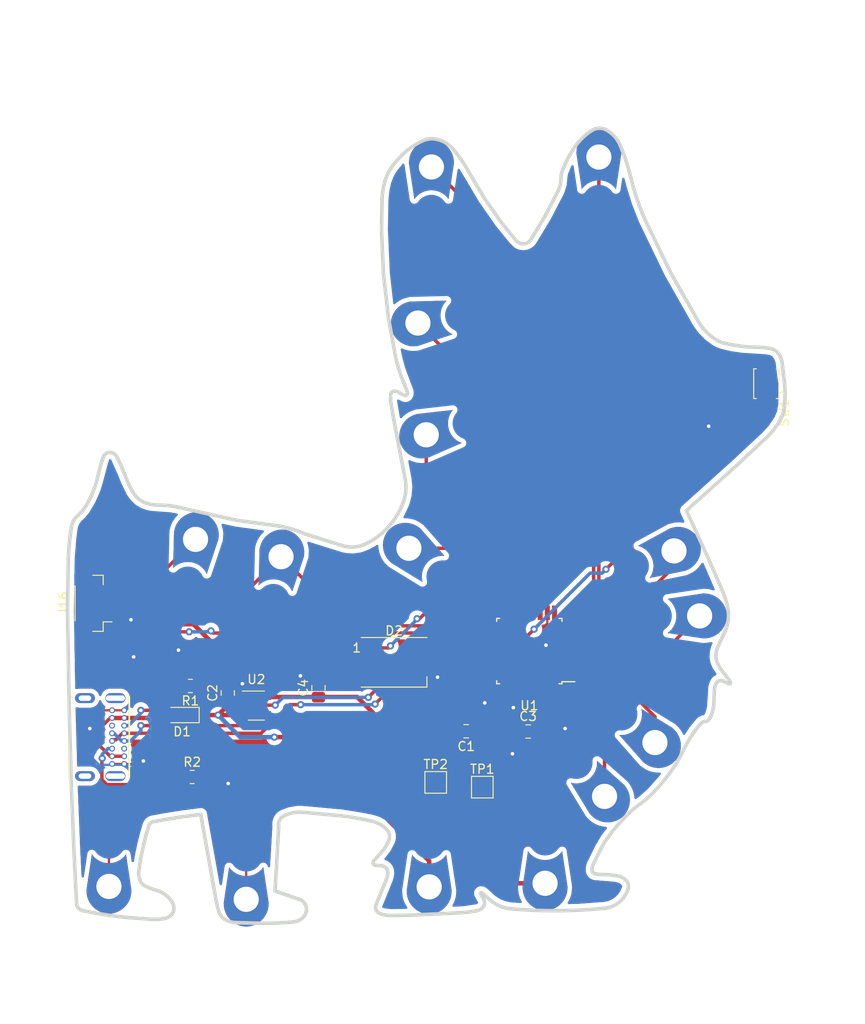
<source format=kicad_pcb>
(kicad_pcb (version 20171130) (host pcbnew "(5.1.9-0-10_14)")
  (layers (0 F.Cu signal) (31 B.Cu signal) (34 B.Paste user) (35 F.Paste user) (36 B.SilkS user) (37 F.SilkS user) (38 B.Mask user) (39 F.Mask user) (44 Edge.Cuts user))
  (net 0 "")
  (net 1 GND)
  (net 2 "Net-(C1-Pad1)")
  (net 3 +5V)
  (net 4 +3V3)
  (net 5 VBUS)
  (net 6 /NEO_PWR)
  (net 7 "Net-(D2-Pad2)")
  (net 8 /NEOPIX)
  (net 9 /MOSI)
  (net 10 /MISO)
  (net 11 /SCK)
  (net 12 /RX_A7)
  (net 13 /A0)
  (net 14 /A1)
  (net 15 /A2)
  (net 16 /A3)
  (net 17 /SDA)
  (net 18 /SCL)
  (net 19 /TX_A6)
  (net 20 "Net-(J15-PadB8)")
  (net 21 /D-)
  (net 22 /D+)
  (net 23 "Net-(J15-PadB5)")
  (net 24 "Net-(J15-PadA8)")
  (net 25 "Net-(J15-PadA5)")
  (net 26 "Net-(SW1-Pad1)")
  (net 27 /SWDIO)
  (net 28 /SWCLK)
  (net 29 "Net-(U1-Pad27)")
  (net 30 "Net-(U1-Pad25)")
  (net 31 /SCK2)
  (net 32 /MOSI2)
  (net 33 /MISO2)
  (net 34 "Net-(U1-Pad15)")
  (net 35 "Net-(U1-Pad11)")
  (net 36 "Net-(U1-Pad2)")
  (net 37 "Net-(U1-Pad1)")
  (net 38 "Net-(U2-Pad4)")
  (module Button_Switch_SMD:SW_SPST_B3U-3000P (layer F.Cu) (at 244.95 79.85 270)
    (fp_text reference SW1 (at 3.25 -2 90) (layer F.SilkS))
    (fp_text value SW_Push)
    (pad 2 smd rect (at 1.7 0 270) (size 0.9 1.7) (layers F.Cu F.Paste F.Mask) (net 1 GND))
    (pad 1 smd rect (at -1.7 0 270) (size 0.9 1.7) (layers F.Cu F.Paste F.Mask) (net 26 "Net-(SW1-Pad1)"))
  )
  (module Package_TO_SOT_SMD:SOT-23-5 (layer F.Cu) (at 188.3 115.575)
    (fp_text reference U2 (at 0 -2.9) (layer F.SilkS))
    (fp_text value AP2112K-3.3)
    (pad 5 smd rect (at 1.1 -0.95) (size 1.06 0.65) (layers F.Cu F.Paste F.Mask) (net 4 +3V3))
    (pad 4 smd rect (at 1.1 0.95) (size 1.06 0.65) (layers F.Cu F.Paste F.Mask) (net 38 "Net-(U2-Pad4)"))
    (pad 3 smd rect (at -1.1 0.95) (size 1.06 0.65) (layers F.Cu F.Paste F.Mask) (net 3 +5V))
    (pad 2 smd rect (at -1.1 0) (size 1.06 0.65) (layers F.Cu F.Paste F.Mask) (net 1 GND))
    (pad 1 smd rect (at -1.1 -0.95) (size 1.06 0.65) (layers F.Cu F.Paste F.Mask) (net 3 +5V))
  )
  (module Package_QFP:TQFP-32_7x7mm_P0.8mm (layer F.Cu) (at 218.625 109.525 180)
    (fp_text reference U1 (at 0 -6.05) (layer F.SilkS))
    (fp_text value ATSAMD21E18A-A)
    (pad 32 smd rect (at -2.8 -4.25 270) (size 1.6 0.55) (layers F.Cu F.Paste F.Mask) (net 27 /SWDIO))
    (pad 31 smd rect (at -2 -4.25 270) (size 1.6 0.55) (layers F.Cu F.Paste F.Mask) (net 28 /SWCLK))
    (pad 30 smd rect (at -1.2 -4.25 270) (size 1.6 0.55) (layers F.Cu F.Paste F.Mask) (net 4 +3V3))
    (pad 29 smd rect (at -0.4 -4.25 270) (size 1.6 0.55) (layers F.Cu F.Paste F.Mask) (net 2 "Net-(C1-Pad1)"))
    (pad 28 smd rect (at 0.4 -4.25 270) (size 1.6 0.55) (layers F.Cu F.Paste F.Mask) (net 1 GND))
    (pad 27 smd rect (at 1.2 -4.25 270) (size 1.6 0.55) (layers F.Cu F.Paste F.Mask) (net 29 "Net-(U1-Pad27)"))
    (pad 26 smd rect (at 2 -4.25 270) (size 1.6 0.55) (layers F.Cu F.Paste F.Mask) (net 26 "Net-(SW1-Pad1)"))
    (pad 25 smd rect (at 2.8 -4.25 270) (size 1.6 0.55) (layers F.Cu F.Paste F.Mask) (net 30 "Net-(U1-Pad25)"))
    (pad 24 smd rect (at 4.25 -2.8 180) (size 1.6 0.55) (layers F.Cu F.Paste F.Mask) (net 22 /D+))
    (pad 23 smd rect (at 4.25 -2 180) (size 1.6 0.55) (layers F.Cu F.Paste F.Mask) (net 21 /D-))
    (pad 22 smd rect (at 4.25 -1.2 180) (size 1.6 0.55) (layers F.Cu F.Paste F.Mask) (net 31 /SCK2))
    (pad 21 smd rect (at 4.25 -0.4 180) (size 1.6 0.55) (layers F.Cu F.Paste F.Mask) (net 32 /MOSI2))
    (pad 20 smd rect (at 4.25 0.4 180) (size 1.6 0.55) (layers F.Cu F.Paste F.Mask) (net 33 /MISO2))
    (pad 19 smd rect (at 4.25 1.2 180) (size 1.6 0.55) (layers F.Cu F.Paste F.Mask) (net 8 /NEOPIX))
    (pad 18 smd rect (at 4.25 2 180) (size 1.6 0.55) (layers F.Cu F.Paste F.Mask) (net 18 /SCL))
    (pad 17 smd rect (at 4.25 2.8 180) (size 1.6 0.55) (layers F.Cu F.Paste F.Mask) (net 17 /SDA))
    (pad 16 smd rect (at 2.8 4.25 270) (size 1.6 0.55) (layers F.Cu F.Paste F.Mask) (net 6 /NEO_PWR))
    (pad 15 smd rect (at 2 4.25 270) (size 1.6 0.55) (layers F.Cu F.Paste F.Mask) (net 34 "Net-(U1-Pad15)"))
    (pad 14 smd rect (at 1.2 4.25 270) (size 1.6 0.55) (layers F.Cu F.Paste F.Mask) (net 11 /SCK))
    (pad 13 smd rect (at 0.4 4.25 270) (size 1.6 0.55) (layers F.Cu F.Paste F.Mask) (net 9 /MOSI))
    (pad 12 smd rect (at -0.4 4.25 270) (size 1.6 0.55) (layers F.Cu F.Paste F.Mask) (net 10 /MISO))
    (pad 11 smd rect (at -1.2 4.25 270) (size 1.6 0.55) (layers F.Cu F.Paste F.Mask) (net 35 "Net-(U1-Pad11)"))
    (pad 10 smd rect (at -2 4.25 270) (size 1.6 0.55) (layers F.Cu F.Paste F.Mask) (net 1 GND))
    (pad 9 smd rect (at -2.8 4.25 270) (size 1.6 0.55) (layers F.Cu F.Paste F.Mask) (net 4 +3V3))
    (pad 8 smd rect (at -4.25 2.8 180) (size 1.6 0.55) (layers F.Cu F.Paste F.Mask) (net 12 /RX_A7))
    (pad 7 smd rect (at -4.25 2 180) (size 1.6 0.55) (layers F.Cu F.Paste F.Mask) (net 19 /TX_A6))
    (pad 6 smd rect (at -4.25 1.2 180) (size 1.6 0.55) (layers F.Cu F.Paste F.Mask) (net 16 /A3))
    (pad 5 smd rect (at -4.25 0.4 180) (size 1.6 0.55) (layers F.Cu F.Paste F.Mask) (net 15 /A2))
    (pad 4 smd rect (at -4.25 -0.4 180) (size 1.6 0.55) (layers F.Cu F.Paste F.Mask) (net 14 /A1))
    (pad 3 smd rect (at -4.25 -1.2 180) (size 1.6 0.55) (layers F.Cu F.Paste F.Mask) (net 13 /A0))
    (pad 2 smd rect (at -4.25 -2 180) (size 1.6 0.55) (layers F.Cu F.Paste F.Mask) (net 36 "Net-(U1-Pad2)"))
    (pad 1 smd rect (at -4.25 -2.8 180) (size 1.6 0.55) (layers F.Cu F.Paste F.Mask) (net 37 "Net-(U1-Pad1)"))
  )
  (module TestPoint:TestPoint_Pad_2.0x2.0mm (layer F.Cu) (at 208.225 124.1)
    (fp_text reference TP2 (at 0 -1.998) (layer F.SilkS))
    (fp_text value TestPoint)
    (pad 1 smd rect (at 0 0) (size 2 2) (layers F.Cu F.Mask) (net 28 /SWCLK))
  )
  (module TestPoint:TestPoint_Pad_2.0x2.0mm (layer F.Cu) (at 213.4 124.625)
    (fp_text reference TP1 (at 0 -1.998) (layer F.SilkS))
    (fp_text value TestPoint)
    (pad 1 smd rect (at 0 0) (size 2 2) (layers F.Cu F.Mask) (net 27 /SWDIO))
  )
  (module Resistor_SMD:R_0805_2012Metric_Pad1.20x1.40mm_HandSolder (layer F.Cu) (at 181.175 123.5)
    (fp_text reference R2 (at 0 -1.65) (layer F.SilkS))
    (fp_text value 5.1K)
    (pad 2 smd roundrect (at 1 0) (size 1.2 1.4) (layers F.Cu F.Paste F.Mask) (roundrect_rratio 0.208333) (net 1 GND))
    (pad 1 smd roundrect (at -1 0) (size 1.2 1.4) (layers F.Cu F.Paste F.Mask) (roundrect_rratio 0.208333) (net 23 "Net-(J15-PadB5)"))
  )
  (module Resistor_SMD:R_0805_2012Metric_Pad1.20x1.40mm_HandSolder (layer F.Cu) (at 180.975 113.4 180)
    (fp_text reference R1 (at 0 -1.65) (layer F.SilkS))
    (fp_text value 5.1K)
    (pad 2 smd roundrect (at 1 0 180) (size 1.2 1.4) (layers F.Cu F.Paste F.Mask) (roundrect_rratio 0.208333) (net 25 "Net-(J15-PadA5)"))
    (pad 1 smd roundrect (at -1 0 180) (size 1.2 1.4) (layers F.Cu F.Paste F.Mask) (roundrect_rratio 0.208333) (net 1 GND))
  )
  (module SparkFun_LilyPad_Main_Board_v21:PETAL-LONG-1-2SIDE (layer F.Cu) (at 171.925 135.675 90)
    (fp_text reference J17 hide)
    (fp_text value Conn_01x01_Female hide)
    (fp_poly (pts (xy 3.6 1.9) (xy 3.352544 1.700419) (xy 3.13472 1.468858) (xy 2.950625 1.209675) (xy 2.803721 0.927741) (xy 2.69677 0.62836) (xy 2.631785 0.317163) (xy 2.609986 0) (xy 2.631785 -0.317163) (xy 2.69677 -0.62836) (xy 2.803721 -0.927741) (xy 2.950625 -1.209675) (xy 3.13472 -1.468858) (xy 3.352544 -1.700419) (xy 3.6 -1.9) (xy -0.4 -2.5) (xy -0.733266 -2.484699) (xy -1.061683 -2.426031) (xy -1.379634 -2.325) (xy -1.681678 -2.183335) (xy -1.962649 -2.003458) (xy -2.217738 -1.788448) (xy -2.442582 -1.541983) (xy -2.633335 -1.26828) (xy -2.786731 -0.972021) (xy -2.900148 -0.658275) (xy -2.971645 -0.332409) (xy -3 0) (xy -2.971635 0.332406) (xy -2.90013 0.658266) (xy -2.786707 0.972006) (xy -2.633307 1.268259) (xy -2.442554 1.541958) (xy -2.217711 1.78842) (xy -1.962625 2.003429) (xy -1.681659 2.183306) (xy -1.37962 2.324975) (xy -1.061674 2.426012) (xy -0.4 2.5)) (layer F.Cu) (width 0))
    (fp_poly (pts (xy 3.6 -1.9) (xy 3.352544 -1.700419) (xy 3.13472 -1.468858) (xy 2.950625 -1.209675) (xy 2.803721 -0.927741) (xy 2.69677 -0.62836) (xy 2.631785 -0.317163) (xy 2.609986 0) (xy 2.631785 0.317163) (xy 2.69677 0.62836) (xy 2.803721 0.927741) (xy 2.950625 1.209675) (xy 3.13472 1.468858) (xy 3.352544 1.700419) (xy 3.6 1.9) (xy -0.4 2.5) (xy -0.733266 2.484699) (xy -1.061683 2.426031) (xy -1.379634 2.325) (xy -1.681678 2.183335) (xy -1.962649 2.003458) (xy -2.217738 1.788448) (xy -2.442582 1.541983) (xy -2.633335 1.26828) (xy -2.786731 0.972021) (xy -2.900148 0.658275) (xy -2.971645 0.332409) (xy -3 0) (xy -2.971635 -0.332406) (xy -2.90013 -0.658266) (xy -2.786707 -0.972006) (xy -2.633307 -1.268259) (xy -2.442554 -1.541958) (xy -2.217711 -1.78842) (xy -1.962625 -2.003429) (xy -1.681659 -2.183306) (xy -1.37962 -2.324975) (xy -1.061674 -2.426012) (xy -0.4 -2.5)) (layer B.Cu) (width 0))
    (pad 1 thru_hole circle (at 0.03 0 90) (size 4.064 4.064) (drill 2.794) (layers *.Cu *.Mask) (net 1 GND))
  )
  (module Connector_JST:JST_SH_BM04B-SRSS-TB_1x04-1MP_P1.00mm_Vertical (layer F.Cu) (at 170.175 104.225 90)
    (fp_text reference J16 (at 0 -3.3 90) (layer F.SilkS))
    (fp_text value Conn_01x04_Female)
    (pad MP smd roundrect (at 2.8 -1.2 90) (size 1.2 1.8) (layers F.Cu F.Paste F.Mask) (roundrect_rratio 0.208333))
    (pad MP smd roundrect (at -2.8 -1.2 90) (size 1.2 1.8) (layers F.Cu F.Paste F.Mask) (roundrect_rratio 0.208333))
    (pad 4 smd roundrect (at 1.5 1.325 90) (size 0.6 1.55) (layers F.Cu F.Paste F.Mask) (net 18 /SCL))
    (pad 3 smd roundrect (at 0.5 1.325 90) (size 0.6 1.55) (layers F.Cu F.Paste F.Mask) (net 17 /SDA))
    (pad 2 smd roundrect (at -0.5 1.325 90) (size 0.6 1.55) (layers F.Cu F.Paste F.Mask) (net 4 +3V3))
    (pad 1 smd roundrect (at -1.5 1.325 90) (size 0.6 1.55) (layers F.Cu F.Paste F.Mask) (net 1 GND))
  )
  (module USB-THT-IO:GCT_USB4085-GF-A_REVA (layer F.Cu) (at 169.6 119.075 270)
    (fp_text reference J15 (at -1.097425 -6.515415 90) (layer F.SilkS) (effects (font (size 1.00015 1.00015) (thickness 0.015))))
    (fp_text value USB_C_Receptacle_USB2.0)
    (pad P4 thru_hole oval (at -4.325 0.335 270) (size 1.108 2.216) (drill oval 0.6 1.4) (layers *.Cu *.Mask))
    (pad P3 thru_hole oval (at 4.325 0.335 270) (size 1.108 2.216) (drill oval 0.6 1.4) (layers *.Cu *.Mask))
    (pad P2 thru_hole oval (at 4.325 -3.045 270) (size 1.108 2.216) (drill oval 0.6 2.1) (layers *.Cu *.Mask))
    (pad P1 thru_hole oval (at -4.325 -3.045 270) (size 1.108 2.216) (drill oval 0.6 2.1) (layers *.Cu *.Mask))
    (pad B12 thru_hole circle (at -2.975 -2.675 270) (size 0.65 0.65) (drill 0.4) (layers *.Cu *.Mask) (net 1 GND))
    (pad B9 thru_hole circle (at -2.125 -2.675 270) (size 0.65 0.65) (drill 0.4) (layers *.Cu *.Mask) (net 5 VBUS))
    (pad B8 thru_hole circle (at -1.275 -2.675 270) (size 0.65 0.65) (drill 0.4) (layers *.Cu *.Mask) (net 20 "Net-(J15-PadB8)"))
    (pad B7 thru_hole circle (at -0.425 -2.675 270) (size 0.65 0.65) (drill 0.4) (layers *.Cu *.Mask) (net 21 /D-))
    (pad B6 thru_hole circle (at 0.425 -2.675 270) (size 0.65 0.65) (drill 0.4) (layers *.Cu *.Mask) (net 22 /D+))
    (pad B5 thru_hole circle (at 1.275 -2.675 270) (size 0.65 0.65) (drill 0.4) (layers *.Cu *.Mask) (net 23 "Net-(J15-PadB5)"))
    (pad B4 thru_hole circle (at 2.125 -2.675 270) (size 0.65 0.65) (drill 0.4) (layers *.Cu *.Mask) (net 5 VBUS))
    (pad B1 thru_hole circle (at 2.975 -2.675 270) (size 0.65 0.65) (drill 0.4) (layers *.Cu *.Mask) (net 1 GND))
    (pad A12 thru_hole circle (at 2.975 -4.025 270) (size 0.65 0.65) (drill 0.4) (layers *.Cu *.Mask) (net 1 GND))
    (pad A9 thru_hole circle (at 2.125 -4.025 270) (size 0.65 0.65) (drill 0.4) (layers *.Cu *.Mask) (net 5 VBUS))
    (pad A8 thru_hole circle (at 1.275 -4.025 270) (size 0.65 0.65) (drill 0.4) (layers *.Cu *.Mask) (net 24 "Net-(J15-PadA8)"))
    (pad A7 thru_hole circle (at 0.425 -4.025 270) (size 0.65 0.65) (drill 0.4) (layers *.Cu *.Mask) (net 21 /D-))
    (pad A6 thru_hole circle (at -0.425 -4.025 270) (size 0.65 0.65) (drill 0.4) (layers *.Cu *.Mask) (net 22 /D+))
    (pad A5 thru_hole circle (at -1.275 -4.025 270) (size 0.65 0.65) (drill 0.4) (layers *.Cu *.Mask) (net 25 "Net-(J15-PadA5)"))
    (pad A4 thru_hole circle (at -2.125 -4.025 270) (size 0.65 0.65) (drill 0.4) (layers *.Cu *.Mask) (net 5 VBUS))
    (pad A1 thru_hole circle (at -2.975 -4.025 270) (size 0.65 0.65) (drill 0.4) (layers *.Cu *.Mask) (net 1 GND))
  )
  (module SparkFun_LilyPad_Main_Board_v21:PETAL-LONG-1-2SIDE (layer F.Cu) (at 226.35 54.675 270)
    (fp_text reference J14 hide)
    (fp_text value Conn_01x01_Female hide)
    (fp_poly (pts (xy 3.6 1.9) (xy 3.352544 1.700419) (xy 3.13472 1.468858) (xy 2.950625 1.209675) (xy 2.803721 0.927741) (xy 2.69677 0.62836) (xy 2.631785 0.317163) (xy 2.609986 0) (xy 2.631785 -0.317163) (xy 2.69677 -0.62836) (xy 2.803721 -0.927741) (xy 2.950625 -1.209675) (xy 3.13472 -1.468858) (xy 3.352544 -1.700419) (xy 3.6 -1.9) (xy -0.4 -2.5) (xy -0.733266 -2.484699) (xy -1.061683 -2.426031) (xy -1.379634 -2.325) (xy -1.681678 -2.183335) (xy -1.962649 -2.003458) (xy -2.217738 -1.788448) (xy -2.442582 -1.541983) (xy -2.633335 -1.26828) (xy -2.786731 -0.972021) (xy -2.900148 -0.658275) (xy -2.971645 -0.332409) (xy -3 0) (xy -2.971635 0.332406) (xy -2.90013 0.658266) (xy -2.786707 0.972006) (xy -2.633307 1.268259) (xy -2.442554 1.541958) (xy -2.217711 1.78842) (xy -1.962625 2.003429) (xy -1.681659 2.183306) (xy -1.37962 2.324975) (xy -1.061674 2.426012) (xy -0.4 2.5)) (layer F.Cu) (width 0))
    (fp_poly (pts (xy 3.6 -1.9) (xy 3.352544 -1.700419) (xy 3.13472 -1.468858) (xy 2.950625 -1.209675) (xy 2.803721 -0.927741) (xy 2.69677 -0.62836) (xy 2.631785 -0.317163) (xy 2.609986 0) (xy 2.631785 0.317163) (xy 2.69677 0.62836) (xy 2.803721 0.927741) (xy 2.950625 1.209675) (xy 3.13472 1.468858) (xy 3.352544 1.700419) (xy 3.6 1.9) (xy -0.4 2.5) (xy -0.733266 2.484699) (xy -1.061683 2.426031) (xy -1.379634 2.325) (xy -1.681678 2.183335) (xy -1.962649 2.003458) (xy -2.217738 1.788448) (xy -2.442582 1.541983) (xy -2.633335 1.26828) (xy -2.786731 0.972021) (xy -2.900148 0.658275) (xy -2.971645 0.332409) (xy -3 0) (xy -2.971635 -0.332406) (xy -2.90013 -0.658266) (xy -2.786707 -0.972006) (xy -2.633307 -1.268259) (xy -2.442554 -1.541958) (xy -2.217711 -1.78842) (xy -1.962625 -2.003429) (xy -1.681659 -2.183306) (xy -1.37962 -2.324975) (xy -1.061674 -2.426012) (xy -0.4 -2.5)) (layer B.Cu) (width 0))
    (pad 1 thru_hole circle (at 0.03 0 270) (size 4.064 4.064) (drill 2.794) (layers *.Cu *.Mask) (net 19 /TX_A6))
  )
  (module SparkFun_LilyPad_Main_Board_v21:PETAL-LONG-1-2SIDE (layer F.Cu) (at 181.55 97.1 260)
    (fp_text reference J13 hide)
    (fp_text value Conn_01x01_Female hide)
    (fp_poly (pts (xy 3.6 1.9) (xy 3.352544 1.700419) (xy 3.13472 1.468858) (xy 2.950625 1.209675) (xy 2.803721 0.927741) (xy 2.69677 0.62836) (xy 2.631785 0.317163) (xy 2.609986 0) (xy 2.631785 -0.317163) (xy 2.69677 -0.62836) (xy 2.803721 -0.927741) (xy 2.950625 -1.209675) (xy 3.13472 -1.468858) (xy 3.352544 -1.700419) (xy 3.6 -1.9) (xy -0.4 -2.5) (xy -0.733266 -2.484699) (xy -1.061683 -2.426031) (xy -1.379634 -2.325) (xy -1.681678 -2.183335) (xy -1.962649 -2.003458) (xy -2.217738 -1.788448) (xy -2.442582 -1.541983) (xy -2.633335 -1.26828) (xy -2.786731 -0.972021) (xy -2.900148 -0.658275) (xy -2.971645 -0.332409) (xy -3 0) (xy -2.971635 0.332406) (xy -2.90013 0.658266) (xy -2.786707 0.972006) (xy -2.633307 1.268259) (xy -2.442554 1.541958) (xy -2.217711 1.78842) (xy -1.962625 2.003429) (xy -1.681659 2.183306) (xy -1.37962 2.324975) (xy -1.061674 2.426012) (xy -0.4 2.5)) (layer F.Cu) (width 0))
    (fp_poly (pts (xy 3.6 -1.9) (xy 3.352544 -1.700419) (xy 3.13472 -1.468858) (xy 2.950625 -1.209675) (xy 2.803721 -0.927741) (xy 2.69677 -0.62836) (xy 2.631785 -0.317163) (xy 2.609986 0) (xy 2.631785 0.317163) (xy 2.69677 0.62836) (xy 2.803721 0.927741) (xy 2.950625 1.209675) (xy 3.13472 1.468858) (xy 3.352544 1.700419) (xy 3.6 1.9) (xy -0.4 2.5) (xy -0.733266 2.484699) (xy -1.061683 2.426031) (xy -1.379634 2.325) (xy -1.681678 2.183335) (xy -1.962649 2.003458) (xy -2.217738 1.788448) (xy -2.442582 1.541983) (xy -2.633335 1.26828) (xy -2.786731 0.972021) (xy -2.900148 0.658275) (xy -2.971645 0.332409) (xy -3 0) (xy -2.971635 -0.332406) (xy -2.90013 -0.658266) (xy -2.786707 -0.972006) (xy -2.633307 -1.268259) (xy -2.442554 -1.541958) (xy -2.217711 -1.78842) (xy -1.962625 -2.003429) (xy -1.681659 -2.183306) (xy -1.37962 -2.324975) (xy -1.061674 -2.426012) (xy -0.4 -2.5)) (layer B.Cu) (width 0))
    (pad 1 thru_hole circle (at 0.03 0 260) (size 4.064 4.064) (drill 2.794) (layers *.Cu *.Mask) (net 18 /SCL))
  )
  (module SparkFun_LilyPad_Main_Board_v21:PETAL-LONG-1-2SIDE (layer F.Cu) (at 191.05 99.025 260)
    (fp_text reference J12 hide)
    (fp_text value Conn_01x01_Female hide)
    (fp_poly (pts (xy 3.6 1.9) (xy 3.352544 1.700419) (xy 3.13472 1.468858) (xy 2.950625 1.209675) (xy 2.803721 0.927741) (xy 2.69677 0.62836) (xy 2.631785 0.317163) (xy 2.609986 0) (xy 2.631785 -0.317163) (xy 2.69677 -0.62836) (xy 2.803721 -0.927741) (xy 2.950625 -1.209675) (xy 3.13472 -1.468858) (xy 3.352544 -1.700419) (xy 3.6 -1.9) (xy -0.4 -2.5) (xy -0.733266 -2.484699) (xy -1.061683 -2.426031) (xy -1.379634 -2.325) (xy -1.681678 -2.183335) (xy -1.962649 -2.003458) (xy -2.217738 -1.788448) (xy -2.442582 -1.541983) (xy -2.633335 -1.26828) (xy -2.786731 -0.972021) (xy -2.900148 -0.658275) (xy -2.971645 -0.332409) (xy -3 0) (xy -2.971635 0.332406) (xy -2.90013 0.658266) (xy -2.786707 0.972006) (xy -2.633307 1.268259) (xy -2.442554 1.541958) (xy -2.217711 1.78842) (xy -1.962625 2.003429) (xy -1.681659 2.183306) (xy -1.37962 2.324975) (xy -1.061674 2.426012) (xy -0.4 2.5)) (layer F.Cu) (width 0))
    (fp_poly (pts (xy 3.6 -1.9) (xy 3.352544 -1.700419) (xy 3.13472 -1.468858) (xy 2.950625 -1.209675) (xy 2.803721 -0.927741) (xy 2.69677 -0.62836) (xy 2.631785 -0.317163) (xy 2.609986 0) (xy 2.631785 0.317163) (xy 2.69677 0.62836) (xy 2.803721 0.927741) (xy 2.950625 1.209675) (xy 3.13472 1.468858) (xy 3.352544 1.700419) (xy 3.6 1.9) (xy -0.4 2.5) (xy -0.733266 2.484699) (xy -1.061683 2.426031) (xy -1.379634 2.325) (xy -1.681678 2.183335) (xy -1.962649 2.003458) (xy -2.217738 1.788448) (xy -2.442582 1.541983) (xy -2.633335 1.26828) (xy -2.786731 0.972021) (xy -2.900148 0.658275) (xy -2.971645 0.332409) (xy -3 0) (xy -2.971635 -0.332406) (xy -2.90013 -0.658266) (xy -2.786707 -0.972006) (xy -2.633307 -1.268259) (xy -2.442554 -1.541958) (xy -2.217711 -1.78842) (xy -1.962625 -2.003429) (xy -1.681659 -2.183306) (xy -1.37962 -2.324975) (xy -1.061674 -2.426012) (xy -0.4 -2.5)) (layer B.Cu) (width 0))
    (pad 1 thru_hole circle (at 0.03 0 260) (size 4.064 4.064) (drill 2.794) (layers *.Cu *.Mask) (net 17 /SDA))
  )
  (module SparkFun_LilyPad_Main_Board_v21:PETAL-LONG-1-2SIDE (layer F.Cu) (at 234.725 98.4 200)
    (fp_text reference J11 hide)
    (fp_text value Conn_01x01_Female hide)
    (fp_poly (pts (xy 3.6 1.9) (xy 3.352544 1.700419) (xy 3.13472 1.468858) (xy 2.950625 1.209675) (xy 2.803721 0.927741) (xy 2.69677 0.62836) (xy 2.631785 0.317163) (xy 2.609986 0) (xy 2.631785 -0.317163) (xy 2.69677 -0.62836) (xy 2.803721 -0.927741) (xy 2.950625 -1.209675) (xy 3.13472 -1.468858) (xy 3.352544 -1.700419) (xy 3.6 -1.9) (xy -0.4 -2.5) (xy -0.733266 -2.484699) (xy -1.061683 -2.426031) (xy -1.379634 -2.325) (xy -1.681678 -2.183335) (xy -1.962649 -2.003458) (xy -2.217738 -1.788448) (xy -2.442582 -1.541983) (xy -2.633335 -1.26828) (xy -2.786731 -0.972021) (xy -2.900148 -0.658275) (xy -2.971645 -0.332409) (xy -3 0) (xy -2.971635 0.332406) (xy -2.90013 0.658266) (xy -2.786707 0.972006) (xy -2.633307 1.268259) (xy -2.442554 1.541958) (xy -2.217711 1.78842) (xy -1.962625 2.003429) (xy -1.681659 2.183306) (xy -1.37962 2.324975) (xy -1.061674 2.426012) (xy -0.4 2.5)) (layer F.Cu) (width 0))
    (fp_poly (pts (xy 3.6 -1.9) (xy 3.352544 -1.700419) (xy 3.13472 -1.468858) (xy 2.950625 -1.209675) (xy 2.803721 -0.927741) (xy 2.69677 -0.62836) (xy 2.631785 -0.317163) (xy 2.609986 0) (xy 2.631785 0.317163) (xy 2.69677 0.62836) (xy 2.803721 0.927741) (xy 2.950625 1.209675) (xy 3.13472 1.468858) (xy 3.352544 1.700419) (xy 3.6 1.9) (xy -0.4 2.5) (xy -0.733266 2.484699) (xy -1.061683 2.426031) (xy -1.379634 2.325) (xy -1.681678 2.183335) (xy -1.962649 2.003458) (xy -2.217738 1.788448) (xy -2.442582 1.541983) (xy -2.633335 1.26828) (xy -2.786731 0.972021) (xy -2.900148 0.658275) (xy -2.971645 0.332409) (xy -3 0) (xy -2.971635 -0.332406) (xy -2.90013 -0.658266) (xy -2.786707 -0.972006) (xy -2.633307 -1.268259) (xy -2.442554 -1.541958) (xy -2.217711 -1.78842) (xy -1.962625 -2.003429) (xy -1.681659 -2.183306) (xy -1.37962 -2.324975) (xy -1.061674 -2.426012) (xy -0.4 -2.5)) (layer B.Cu) (width 0))
    (pad 1 thru_hole circle (at 0.03 0 200) (size 4.064 4.064) (drill 2.794) (layers *.Cu *.Mask) (net 16 /A3))
  )
  (module SparkFun_LilyPad_Main_Board_v21:PETAL-LONG-1-2SIDE (layer F.Cu) (at 237.575 105.625 180)
    (fp_text reference J10 hide)
    (fp_text value Conn_01x01_Female hide)
    (fp_poly (pts (xy 3.6 1.9) (xy 3.352544 1.700419) (xy 3.13472 1.468858) (xy 2.950625 1.209675) (xy 2.803721 0.927741) (xy 2.69677 0.62836) (xy 2.631785 0.317163) (xy 2.609986 0) (xy 2.631785 -0.317163) (xy 2.69677 -0.62836) (xy 2.803721 -0.927741) (xy 2.950625 -1.209675) (xy 3.13472 -1.468858) (xy 3.352544 -1.700419) (xy 3.6 -1.9) (xy -0.4 -2.5) (xy -0.733266 -2.484699) (xy -1.061683 -2.426031) (xy -1.379634 -2.325) (xy -1.681678 -2.183335) (xy -1.962649 -2.003458) (xy -2.217738 -1.788448) (xy -2.442582 -1.541983) (xy -2.633335 -1.26828) (xy -2.786731 -0.972021) (xy -2.900148 -0.658275) (xy -2.971645 -0.332409) (xy -3 0) (xy -2.971635 0.332406) (xy -2.90013 0.658266) (xy -2.786707 0.972006) (xy -2.633307 1.268259) (xy -2.442554 1.541958) (xy -2.217711 1.78842) (xy -1.962625 2.003429) (xy -1.681659 2.183306) (xy -1.37962 2.324975) (xy -1.061674 2.426012) (xy -0.4 2.5)) (layer F.Cu) (width 0))
    (fp_poly (pts (xy 3.6 -1.9) (xy 3.352544 -1.700419) (xy 3.13472 -1.468858) (xy 2.950625 -1.209675) (xy 2.803721 -0.927741) (xy 2.69677 -0.62836) (xy 2.631785 -0.317163) (xy 2.609986 0) (xy 2.631785 0.317163) (xy 2.69677 0.62836) (xy 2.803721 0.927741) (xy 2.950625 1.209675) (xy 3.13472 1.468858) (xy 3.352544 1.700419) (xy 3.6 1.9) (xy -0.4 2.5) (xy -0.733266 2.484699) (xy -1.061683 2.426031) (xy -1.379634 2.325) (xy -1.681678 2.183335) (xy -1.962649 2.003458) (xy -2.217738 1.788448) (xy -2.442582 1.541983) (xy -2.633335 1.26828) (xy -2.786731 0.972021) (xy -2.900148 0.658275) (xy -2.971645 0.332409) (xy -3 0) (xy -2.971635 -0.332406) (xy -2.90013 -0.658266) (xy -2.786707 -0.972006) (xy -2.633307 -1.268259) (xy -2.442554 -1.541958) (xy -2.217711 -1.78842) (xy -1.962625 -2.003429) (xy -1.681659 -2.183306) (xy -1.37962 -2.324975) (xy -1.061674 -2.426012) (xy -0.4 -2.5)) (layer B.Cu) (width 0))
    (pad 1 thru_hole circle (at 0.03 0 180) (size 4.064 4.064) (drill 2.794) (layers *.Cu *.Mask) (net 15 /A2))
  )
  (module SparkFun_LilyPad_Main_Board_v21:PETAL-LONG-1-2SIDE (layer F.Cu) (at 232.6 119.7 140)
    (fp_text reference J9 hide)
    (fp_text value Conn_01x01_Female hide)
    (fp_poly (pts (xy 3.6 1.9) (xy 3.352544 1.700419) (xy 3.13472 1.468858) (xy 2.950625 1.209675) (xy 2.803721 0.927741) (xy 2.69677 0.62836) (xy 2.631785 0.317163) (xy 2.609986 0) (xy 2.631785 -0.317163) (xy 2.69677 -0.62836) (xy 2.803721 -0.927741) (xy 2.950625 -1.209675) (xy 3.13472 -1.468858) (xy 3.352544 -1.700419) (xy 3.6 -1.9) (xy -0.4 -2.5) (xy -0.733266 -2.484699) (xy -1.061683 -2.426031) (xy -1.379634 -2.325) (xy -1.681678 -2.183335) (xy -1.962649 -2.003458) (xy -2.217738 -1.788448) (xy -2.442582 -1.541983) (xy -2.633335 -1.26828) (xy -2.786731 -0.972021) (xy -2.900148 -0.658275) (xy -2.971645 -0.332409) (xy -3 0) (xy -2.971635 0.332406) (xy -2.90013 0.658266) (xy -2.786707 0.972006) (xy -2.633307 1.268259) (xy -2.442554 1.541958) (xy -2.217711 1.78842) (xy -1.962625 2.003429) (xy -1.681659 2.183306) (xy -1.37962 2.324975) (xy -1.061674 2.426012) (xy -0.4 2.5)) (layer F.Cu) (width 0))
    (fp_poly (pts (xy 3.6 -1.9) (xy 3.352544 -1.700419) (xy 3.13472 -1.468858) (xy 2.950625 -1.209675) (xy 2.803721 -0.927741) (xy 2.69677 -0.62836) (xy 2.631785 -0.317163) (xy 2.609986 0) (xy 2.631785 0.317163) (xy 2.69677 0.62836) (xy 2.803721 0.927741) (xy 2.950625 1.209675) (xy 3.13472 1.468858) (xy 3.352544 1.700419) (xy 3.6 1.9) (xy -0.4 2.5) (xy -0.733266 2.484699) (xy -1.061683 2.426031) (xy -1.379634 2.325) (xy -1.681678 2.183335) (xy -1.962649 2.003458) (xy -2.217738 1.788448) (xy -2.442582 1.541983) (xy -2.633335 1.26828) (xy -2.786731 0.972021) (xy -2.900148 0.658275) (xy -2.971645 0.332409) (xy -3 0) (xy -2.971635 -0.332406) (xy -2.90013 -0.658266) (xy -2.786707 -0.972006) (xy -2.633307 -1.268259) (xy -2.442554 -1.541958) (xy -2.217711 -1.78842) (xy -1.962625 -2.003429) (xy -1.681659 -2.183306) (xy -1.37962 -2.324975) (xy -1.061674 -2.426012) (xy -0.4 -2.5)) (layer B.Cu) (width 0))
    (pad 1 thru_hole circle (at 0.03 0 140) (size 4.064 4.064) (drill 2.794) (layers *.Cu *.Mask) (net 14 /A1))
  )
  (module SparkFun_LilyPad_Main_Board_v21:PETAL-LONG-1-2SIDE (layer F.Cu) (at 227 125.675 130)
    (fp_text reference J8 hide)
    (fp_text value Conn_01x01_Female hide)
    (fp_poly (pts (xy 3.6 1.9) (xy 3.352544 1.700419) (xy 3.13472 1.468858) (xy 2.950625 1.209675) (xy 2.803721 0.927741) (xy 2.69677 0.62836) (xy 2.631785 0.317163) (xy 2.609986 0) (xy 2.631785 -0.317163) (xy 2.69677 -0.62836) (xy 2.803721 -0.927741) (xy 2.950625 -1.209675) (xy 3.13472 -1.468858) (xy 3.352544 -1.700419) (xy 3.6 -1.9) (xy -0.4 -2.5) (xy -0.733266 -2.484699) (xy -1.061683 -2.426031) (xy -1.379634 -2.325) (xy -1.681678 -2.183335) (xy -1.962649 -2.003458) (xy -2.217738 -1.788448) (xy -2.442582 -1.541983) (xy -2.633335 -1.26828) (xy -2.786731 -0.972021) (xy -2.900148 -0.658275) (xy -2.971645 -0.332409) (xy -3 0) (xy -2.971635 0.332406) (xy -2.90013 0.658266) (xy -2.786707 0.972006) (xy -2.633307 1.268259) (xy -2.442554 1.541958) (xy -2.217711 1.78842) (xy -1.962625 2.003429) (xy -1.681659 2.183306) (xy -1.37962 2.324975) (xy -1.061674 2.426012) (xy -0.4 2.5)) (layer F.Cu) (width 0))
    (fp_poly (pts (xy 3.6 -1.9) (xy 3.352544 -1.700419) (xy 3.13472 -1.468858) (xy 2.950625 -1.209675) (xy 2.803721 -0.927741) (xy 2.69677 -0.62836) (xy 2.631785 -0.317163) (xy 2.609986 0) (xy 2.631785 0.317163) (xy 2.69677 0.62836) (xy 2.803721 0.927741) (xy 2.950625 1.209675) (xy 3.13472 1.468858) (xy 3.352544 1.700419) (xy 3.6 1.9) (xy -0.4 2.5) (xy -0.733266 2.484699) (xy -1.061683 2.426031) (xy -1.379634 2.325) (xy -1.681678 2.183335) (xy -1.962649 2.003458) (xy -2.217738 1.788448) (xy -2.442582 1.541983) (xy -2.633335 1.26828) (xy -2.786731 0.972021) (xy -2.900148 0.658275) (xy -2.971645 0.332409) (xy -3 0) (xy -2.971635 -0.332406) (xy -2.90013 -0.658266) (xy -2.786707 -0.972006) (xy -2.633307 -1.268259) (xy -2.442554 -1.541958) (xy -2.217711 -1.78842) (xy -1.962625 -2.003429) (xy -1.681659 -2.183306) (xy -1.37962 -2.324975) (xy -1.061674 -2.426012) (xy -0.4 -2.5)) (layer B.Cu) (width 0))
    (pad 1 thru_hole circle (at 0.03 0 130) (size 4.064 4.064) (drill 2.794) (layers *.Cu *.Mask) (net 13 /A0))
  )
  (module SparkFun_LilyPad_Main_Board_v21:PETAL-LONG-1-2SIDE (layer F.Cu) (at 207.75 55.775 270)
    (fp_text reference J7 hide)
    (fp_text value Conn_01x01_Female hide)
    (fp_poly (pts (xy 3.6 1.9) (xy 3.352544 1.700419) (xy 3.13472 1.468858) (xy 2.950625 1.209675) (xy 2.803721 0.927741) (xy 2.69677 0.62836) (xy 2.631785 0.317163) (xy 2.609986 0) (xy 2.631785 -0.317163) (xy 2.69677 -0.62836) (xy 2.803721 -0.927741) (xy 2.950625 -1.209675) (xy 3.13472 -1.468858) (xy 3.352544 -1.700419) (xy 3.6 -1.9) (xy -0.4 -2.5) (xy -0.733266 -2.484699) (xy -1.061683 -2.426031) (xy -1.379634 -2.325) (xy -1.681678 -2.183335) (xy -1.962649 -2.003458) (xy -2.217738 -1.788448) (xy -2.442582 -1.541983) (xy -2.633335 -1.26828) (xy -2.786731 -0.972021) (xy -2.900148 -0.658275) (xy -2.971645 -0.332409) (xy -3 0) (xy -2.971635 0.332406) (xy -2.90013 0.658266) (xy -2.786707 0.972006) (xy -2.633307 1.268259) (xy -2.442554 1.541958) (xy -2.217711 1.78842) (xy -1.962625 2.003429) (xy -1.681659 2.183306) (xy -1.37962 2.324975) (xy -1.061674 2.426012) (xy -0.4 2.5)) (layer F.Cu) (width 0))
    (fp_poly (pts (xy 3.6 -1.9) (xy 3.352544 -1.700419) (xy 3.13472 -1.468858) (xy 2.950625 -1.209675) (xy 2.803721 -0.927741) (xy 2.69677 -0.62836) (xy 2.631785 -0.317163) (xy 2.609986 0) (xy 2.631785 0.317163) (xy 2.69677 0.62836) (xy 2.803721 0.927741) (xy 2.950625 1.209675) (xy 3.13472 1.468858) (xy 3.352544 1.700419) (xy 3.6 1.9) (xy -0.4 2.5) (xy -0.733266 2.484699) (xy -1.061683 2.426031) (xy -1.379634 2.325) (xy -1.681678 2.183335) (xy -1.962649 2.003458) (xy -2.217738 1.788448) (xy -2.442582 1.541983) (xy -2.633335 1.26828) (xy -2.786731 0.972021) (xy -2.900148 0.658275) (xy -2.971645 0.332409) (xy -3 0) (xy -2.971635 -0.332406) (xy -2.90013 -0.658266) (xy -2.786707 -0.972006) (xy -2.633307 -1.268259) (xy -2.442554 -1.541958) (xy -2.217711 -1.78842) (xy -1.962625 -2.003429) (xy -1.681659 -2.183306) (xy -1.37962 -2.324975) (xy -1.061674 -2.426012) (xy -0.4 -2.5)) (layer B.Cu) (width 0))
    (pad 1 thru_hole circle (at 0.03 0 270) (size 4.064 4.064) (drill 2.794) (layers *.Cu *.Mask) (net 12 /RX_A7))
  )
  (module SparkFun_LilyPad_Main_Board_v21:PETAL-LONG-1-2SIDE (layer F.Cu) (at 205.225 98.1 320)
    (fp_text reference J6 hide)
    (fp_text value Conn_01x01_Female hide)
    (fp_poly (pts (xy 3.6 1.9) (xy 3.352544 1.700419) (xy 3.13472 1.468858) (xy 2.950625 1.209675) (xy 2.803721 0.927741) (xy 2.69677 0.62836) (xy 2.631785 0.317163) (xy 2.609986 0) (xy 2.631785 -0.317163) (xy 2.69677 -0.62836) (xy 2.803721 -0.927741) (xy 2.950625 -1.209675) (xy 3.13472 -1.468858) (xy 3.352544 -1.700419) (xy 3.6 -1.9) (xy -0.4 -2.5) (xy -0.733266 -2.484699) (xy -1.061683 -2.426031) (xy -1.379634 -2.325) (xy -1.681678 -2.183335) (xy -1.962649 -2.003458) (xy -2.217738 -1.788448) (xy -2.442582 -1.541983) (xy -2.633335 -1.26828) (xy -2.786731 -0.972021) (xy -2.900148 -0.658275) (xy -2.971645 -0.332409) (xy -3 0) (xy -2.971635 0.332406) (xy -2.90013 0.658266) (xy -2.786707 0.972006) (xy -2.633307 1.268259) (xy -2.442554 1.541958) (xy -2.217711 1.78842) (xy -1.962625 2.003429) (xy -1.681659 2.183306) (xy -1.37962 2.324975) (xy -1.061674 2.426012) (xy -0.4 2.5)) (layer F.Cu) (width 0))
    (fp_poly (pts (xy 3.6 -1.9) (xy 3.352544 -1.700419) (xy 3.13472 -1.468858) (xy 2.950625 -1.209675) (xy 2.803721 -0.927741) (xy 2.69677 -0.62836) (xy 2.631785 -0.317163) (xy 2.609986 0) (xy 2.631785 0.317163) (xy 2.69677 0.62836) (xy 2.803721 0.927741) (xy 2.950625 1.209675) (xy 3.13472 1.468858) (xy 3.352544 1.700419) (xy 3.6 1.9) (xy -0.4 2.5) (xy -0.733266 2.484699) (xy -1.061683 2.426031) (xy -1.379634 2.325) (xy -1.681678 2.183335) (xy -1.962649 2.003458) (xy -2.217738 1.788448) (xy -2.442582 1.541983) (xy -2.633335 1.26828) (xy -2.786731 0.972021) (xy -2.900148 0.658275) (xy -2.971645 0.332409) (xy -3 0) (xy -2.971635 -0.332406) (xy -2.90013 -0.658266) (xy -2.786707 -0.972006) (xy -2.633307 -1.268259) (xy -2.442554 -1.541958) (xy -2.217711 -1.78842) (xy -1.962625 -2.003429) (xy -1.681659 -2.183306) (xy -1.37962 -2.324975) (xy -1.061674 -2.426012) (xy -0.4 -2.5)) (layer B.Cu) (width 0))
    (pad 1 thru_hole circle (at 0.03 0 320) (size 4.064 4.064) (drill 2.794) (layers *.Cu *.Mask) (net 11 /SCK))
  )
  (module SparkFun_LilyPad_Main_Board_v21:PETAL-LONG-1-2SIDE (layer F.Cu) (at 206.220456 73.130209 10)
    (fp_text reference J5 hide)
    (fp_text value Conn_01x01_Female hide)
    (fp_poly (pts (xy 3.6 1.9) (xy 3.352544 1.700419) (xy 3.13472 1.468858) (xy 2.950625 1.209675) (xy 2.803721 0.927741) (xy 2.69677 0.62836) (xy 2.631785 0.317163) (xy 2.609986 0) (xy 2.631785 -0.317163) (xy 2.69677 -0.62836) (xy 2.803721 -0.927741) (xy 2.950625 -1.209675) (xy 3.13472 -1.468858) (xy 3.352544 -1.700419) (xy 3.6 -1.9) (xy -0.4 -2.5) (xy -0.733266 -2.484699) (xy -1.061683 -2.426031) (xy -1.379634 -2.325) (xy -1.681678 -2.183335) (xy -1.962649 -2.003458) (xy -2.217738 -1.788448) (xy -2.442582 -1.541983) (xy -2.633335 -1.26828) (xy -2.786731 -0.972021) (xy -2.900148 -0.658275) (xy -2.971645 -0.332409) (xy -3 0) (xy -2.971635 0.332406) (xy -2.90013 0.658266) (xy -2.786707 0.972006) (xy -2.633307 1.268259) (xy -2.442554 1.541958) (xy -2.217711 1.78842) (xy -1.962625 2.003429) (xy -1.681659 2.183306) (xy -1.37962 2.324975) (xy -1.061674 2.426012) (xy -0.4 2.5)) (layer F.Cu) (width 0))
    (fp_poly (pts (xy 3.6 -1.9) (xy 3.352544 -1.700419) (xy 3.13472 -1.468858) (xy 2.950625 -1.209675) (xy 2.803721 -0.927741) (xy 2.69677 -0.62836) (xy 2.631785 -0.317163) (xy 2.609986 0) (xy 2.631785 0.317163) (xy 2.69677 0.62836) (xy 2.803721 0.927741) (xy 2.950625 1.209675) (xy 3.13472 1.468858) (xy 3.352544 1.700419) (xy 3.6 1.9) (xy -0.4 2.5) (xy -0.733266 2.484699) (xy -1.061683 2.426031) (xy -1.379634 2.325) (xy -1.681678 2.183335) (xy -1.962649 2.003458) (xy -2.217738 1.788448) (xy -2.442582 1.541983) (xy -2.633335 1.26828) (xy -2.786731 0.972021) (xy -2.900148 0.658275) (xy -2.971645 0.332409) (xy -3 0) (xy -2.971635 -0.332406) (xy -2.90013 -0.658266) (xy -2.786707 -0.972006) (xy -2.633307 -1.268259) (xy -2.442554 -1.541958) (xy -2.217711 -1.78842) (xy -1.962625 -2.003429) (xy -1.681659 -2.183306) (xy -1.37962 -2.324975) (xy -1.061674 -2.426012) (xy -0.4 -2.5)) (layer B.Cu) (width 0))
    (pad 1 thru_hole circle (at 0.03 0 10) (size 4.064 4.064) (drill 2.794) (layers *.Cu *.Mask) (net 10 /MISO))
  )
  (module SparkFun_LilyPad_Main_Board_v21:PETAL-LONG-1-2SIDE (layer F.Cu) (at 207.146022 85.532765 15)
    (fp_text reference J4 hide)
    (fp_text value Conn_01x01_Female hide)
    (fp_poly (pts (xy 3.6 1.9) (xy 3.352544 1.700419) (xy 3.13472 1.468858) (xy 2.950625 1.209675) (xy 2.803721 0.927741) (xy 2.69677 0.62836) (xy 2.631785 0.317163) (xy 2.609986 0) (xy 2.631785 -0.317163) (xy 2.69677 -0.62836) (xy 2.803721 -0.927741) (xy 2.950625 -1.209675) (xy 3.13472 -1.468858) (xy 3.352544 -1.700419) (xy 3.6 -1.9) (xy -0.4 -2.5) (xy -0.733266 -2.484699) (xy -1.061683 -2.426031) (xy -1.379634 -2.325) (xy -1.681678 -2.183335) (xy -1.962649 -2.003458) (xy -2.217738 -1.788448) (xy -2.442582 -1.541983) (xy -2.633335 -1.26828) (xy -2.786731 -0.972021) (xy -2.900148 -0.658275) (xy -2.971645 -0.332409) (xy -3 0) (xy -2.971635 0.332406) (xy -2.90013 0.658266) (xy -2.786707 0.972006) (xy -2.633307 1.268259) (xy -2.442554 1.541958) (xy -2.217711 1.78842) (xy -1.962625 2.003429) (xy -1.681659 2.183306) (xy -1.37962 2.324975) (xy -1.061674 2.426012) (xy -0.4 2.5)) (layer F.Cu) (width 0))
    (fp_poly (pts (xy 3.6 -1.9) (xy 3.352544 -1.700419) (xy 3.13472 -1.468858) (xy 2.950625 -1.209675) (xy 2.803721 -0.927741) (xy 2.69677 -0.62836) (xy 2.631785 -0.317163) (xy 2.609986 0) (xy 2.631785 0.317163) (xy 2.69677 0.62836) (xy 2.803721 0.927741) (xy 2.950625 1.209675) (xy 3.13472 1.468858) (xy 3.352544 1.700419) (xy 3.6 1.9) (xy -0.4 2.5) (xy -0.733266 2.484699) (xy -1.061683 2.426031) (xy -1.379634 2.325) (xy -1.681678 2.183335) (xy -1.962649 2.003458) (xy -2.217738 1.788448) (xy -2.442582 1.541983) (xy -2.633335 1.26828) (xy -2.786731 0.972021) (xy -2.900148 0.658275) (xy -2.971645 0.332409) (xy -3 0) (xy -2.971635 -0.332406) (xy -2.90013 -0.658266) (xy -2.786707 -0.972006) (xy -2.633307 -1.268259) (xy -2.442554 -1.541958) (xy -2.217711 -1.78842) (xy -1.962625 -2.003429) (xy -1.681659 -2.183306) (xy -1.37962 -2.324975) (xy -1.061674 -2.426012) (xy -0.4 -2.5)) (layer B.Cu) (width 0))
    (pad 1 thru_hole circle (at 0.03 0 15) (size 4.064 4.064) (drill 2.794) (layers *.Cu *.Mask) (net 9 /MOSI))
  )
  (module SparkFun_LilyPad_Main_Board_v21:PETAL-LONG-1-2SIDE (layer F.Cu) (at 220.375 135.325 90)
    (fp_text reference J3 hide)
    (fp_text value Conn_01x01_Female hide)
    (fp_poly (pts (xy 3.6 1.9) (xy 3.352544 1.700419) (xy 3.13472 1.468858) (xy 2.950625 1.209675) (xy 2.803721 0.927741) (xy 2.69677 0.62836) (xy 2.631785 0.317163) (xy 2.609986 0) (xy 2.631785 -0.317163) (xy 2.69677 -0.62836) (xy 2.803721 -0.927741) (xy 2.950625 -1.209675) (xy 3.13472 -1.468858) (xy 3.352544 -1.700419) (xy 3.6 -1.9) (xy -0.4 -2.5) (xy -0.733266 -2.484699) (xy -1.061683 -2.426031) (xy -1.379634 -2.325) (xy -1.681678 -2.183335) (xy -1.962649 -2.003458) (xy -2.217738 -1.788448) (xy -2.442582 -1.541983) (xy -2.633335 -1.26828) (xy -2.786731 -0.972021) (xy -2.900148 -0.658275) (xy -2.971645 -0.332409) (xy -3 0) (xy -2.971635 0.332406) (xy -2.90013 0.658266) (xy -2.786707 0.972006) (xy -2.633307 1.268259) (xy -2.442554 1.541958) (xy -2.217711 1.78842) (xy -1.962625 2.003429) (xy -1.681659 2.183306) (xy -1.37962 2.324975) (xy -1.061674 2.426012) (xy -0.4 2.5)) (layer F.Cu) (width 0))
    (fp_poly (pts (xy 3.6 -1.9) (xy 3.352544 -1.700419) (xy 3.13472 -1.468858) (xy 2.950625 -1.209675) (xy 2.803721 -0.927741) (xy 2.69677 -0.62836) (xy 2.631785 -0.317163) (xy 2.609986 0) (xy 2.631785 0.317163) (xy 2.69677 0.62836) (xy 2.803721 0.927741) (xy 2.950625 1.209675) (xy 3.13472 1.468858) (xy 3.352544 1.700419) (xy 3.6 1.9) (xy -0.4 2.5) (xy -0.733266 2.484699) (xy -1.061683 2.426031) (xy -1.379634 2.325) (xy -1.681678 2.183335) (xy -1.962649 2.003458) (xy -2.217738 1.788448) (xy -2.442582 1.541983) (xy -2.633335 1.26828) (xy -2.786731 0.972021) (xy -2.900148 0.658275) (xy -2.971645 0.332409) (xy -3 0) (xy -2.971635 -0.332406) (xy -2.90013 -0.658266) (xy -2.786707 -0.972006) (xy -2.633307 -1.268259) (xy -2.442554 -1.541958) (xy -2.217711 -1.78842) (xy -1.962625 -2.003429) (xy -1.681659 -2.183306) (xy -1.37962 -2.324975) (xy -1.061674 -2.426012) (xy -0.4 -2.5)) (layer B.Cu) (width 0))
    (pad 1 thru_hole circle (at 0.03 0 90) (size 4.064 4.064) (drill 2.794) (layers *.Cu *.Mask) (net 4 +3V3))
  )
  (module SparkFun_LilyPad_Main_Board_v21:PETAL-LONG-1-2SIDE (layer F.Cu) (at 187.175 137.105 90)
    (fp_text reference J2 hide)
    (fp_text value Conn_01x01_Female hide)
    (fp_poly (pts (xy 3.6 1.9) (xy 3.352544 1.700419) (xy 3.13472 1.468858) (xy 2.950625 1.209675) (xy 2.803721 0.927741) (xy 2.69677 0.62836) (xy 2.631785 0.317163) (xy 2.609986 0) (xy 2.631785 -0.317163) (xy 2.69677 -0.62836) (xy 2.803721 -0.927741) (xy 2.950625 -1.209675) (xy 3.13472 -1.468858) (xy 3.352544 -1.700419) (xy 3.6 -1.9) (xy -0.4 -2.5) (xy -0.733266 -2.484699) (xy -1.061683 -2.426031) (xy -1.379634 -2.325) (xy -1.681678 -2.183335) (xy -1.962649 -2.003458) (xy -2.217738 -1.788448) (xy -2.442582 -1.541983) (xy -2.633335 -1.26828) (xy -2.786731 -0.972021) (xy -2.900148 -0.658275) (xy -2.971645 -0.332409) (xy -3 0) (xy -2.971635 0.332406) (xy -2.90013 0.658266) (xy -2.786707 0.972006) (xy -2.633307 1.268259) (xy -2.442554 1.541958) (xy -2.217711 1.78842) (xy -1.962625 2.003429) (xy -1.681659 2.183306) (xy -1.37962 2.324975) (xy -1.061674 2.426012) (xy -0.4 2.5)) (layer F.Cu) (width 0))
    (fp_poly (pts (xy 3.6 -1.9) (xy 3.352544 -1.700419) (xy 3.13472 -1.468858) (xy 2.950625 -1.209675) (xy 2.803721 -0.927741) (xy 2.69677 -0.62836) (xy 2.631785 -0.317163) (xy 2.609986 0) (xy 2.631785 0.317163) (xy 2.69677 0.62836) (xy 2.803721 0.927741) (xy 2.950625 1.209675) (xy 3.13472 1.468858) (xy 3.352544 1.700419) (xy 3.6 1.9) (xy -0.4 2.5) (xy -0.733266 2.484699) (xy -1.061683 2.426031) (xy -1.379634 2.325) (xy -1.681678 2.183335) (xy -1.962649 2.003458) (xy -2.217738 1.788448) (xy -2.442582 1.541983) (xy -2.633335 1.26828) (xy -2.786731 0.972021) (xy -2.900148 0.658275) (xy -2.971645 0.332409) (xy -3 0) (xy -2.971635 -0.332406) (xy -2.90013 -0.658266) (xy -2.786707 -0.972006) (xy -2.633307 -1.268259) (xy -2.442554 -1.541958) (xy -2.217711 -1.78842) (xy -1.962625 -2.003429) (xy -1.681659 -2.183306) (xy -1.37962 -2.324975) (xy -1.061674 -2.426012) (xy -0.4 -2.5)) (layer B.Cu) (width 0))
    (pad 1 thru_hole circle (at 0.03 0 90) (size 4.064 4.064) (drill 2.794) (layers *.Cu *.Mask) (net 1 GND))
  )
  (module SparkFun_LilyPad_Main_Board_v21:PETAL-LONG-1-2SIDE (layer F.Cu) (at 207.5 135.725 90)
    (fp_text reference J1 hide)
    (fp_text value Conn_01x01_Female hide)
    (fp_poly (pts (xy 3.6 1.9) (xy 3.352544 1.700419) (xy 3.13472 1.468858) (xy 2.950625 1.209675) (xy 2.803721 0.927741) (xy 2.69677 0.62836) (xy 2.631785 0.317163) (xy 2.609986 0) (xy 2.631785 -0.317163) (xy 2.69677 -0.62836) (xy 2.803721 -0.927741) (xy 2.950625 -1.209675) (xy 3.13472 -1.468858) (xy 3.352544 -1.700419) (xy 3.6 -1.9) (xy -0.4 -2.5) (xy -0.733266 -2.484699) (xy -1.061683 -2.426031) (xy -1.379634 -2.325) (xy -1.681678 -2.183335) (xy -1.962649 -2.003458) (xy -2.217738 -1.788448) (xy -2.442582 -1.541983) (xy -2.633335 -1.26828) (xy -2.786731 -0.972021) (xy -2.900148 -0.658275) (xy -2.971645 -0.332409) (xy -3 0) (xy -2.971635 0.332406) (xy -2.90013 0.658266) (xy -2.786707 0.972006) (xy -2.633307 1.268259) (xy -2.442554 1.541958) (xy -2.217711 1.78842) (xy -1.962625 2.003429) (xy -1.681659 2.183306) (xy -1.37962 2.324975) (xy -1.061674 2.426012) (xy -0.4 2.5)) (layer F.Cu) (width 0))
    (fp_poly (pts (xy 3.6 -1.9) (xy 3.352544 -1.700419) (xy 3.13472 -1.468858) (xy 2.950625 -1.209675) (xy 2.803721 -0.927741) (xy 2.69677 -0.62836) (xy 2.631785 -0.317163) (xy 2.609986 0) (xy 2.631785 0.317163) (xy 2.69677 0.62836) (xy 2.803721 0.927741) (xy 2.950625 1.209675) (xy 3.13472 1.468858) (xy 3.352544 1.700419) (xy 3.6 1.9) (xy -0.4 2.5) (xy -0.733266 2.484699) (xy -1.061683 2.426031) (xy -1.379634 2.325) (xy -1.681678 2.183335) (xy -1.962649 2.003458) (xy -2.217738 1.788448) (xy -2.442582 1.541983) (xy -2.633335 1.26828) (xy -2.786731 0.972021) (xy -2.900148 0.658275) (xy -2.971645 0.332409) (xy -3 0) (xy -2.971635 -0.332406) (xy -2.90013 -0.658266) (xy -2.786707 -0.972006) (xy -2.633307 -1.268259) (xy -2.442554 -1.541958) (xy -2.217711 -1.78842) (xy -1.962625 -2.003429) (xy -1.681659 -2.183306) (xy -1.37962 -2.324975) (xy -1.061674 -2.426012) (xy -0.4 -2.5)) (layer B.Cu) (width 0))
    (pad 1 thru_hole circle (at 0.03 0 90) (size 4.064 4.064) (drill 2.794) (layers *.Cu *.Mask) (net 3 +5V))
  )
  (module LED_SMD:LED_WS2812B_PLCC4_5.0x5.0mm_P3.2mm (layer F.Cu) (at 203.6 110.775)
    (fp_text reference D2 (at 0 -3.5) (layer F.SilkS))
    (fp_text value WS2812B)
    (fp_text user 1 (at -4.15 -1.6) (layer F.SilkS))
    (pad 1 smd rect (at -2.45 -1.6) (size 1.5 1) (layers F.Cu F.Paste F.Mask) (net 6 /NEO_PWR))
    (pad 2 smd rect (at -2.45 1.6) (size 1.5 1) (layers F.Cu F.Paste F.Mask) (net 7 "Net-(D2-Pad2)"))
    (pad 4 smd rect (at 2.45 -1.6) (size 1.5 1) (layers F.Cu F.Paste F.Mask) (net 8 /NEOPIX))
    (pad 3 smd rect (at 2.45 1.6) (size 1.5 1) (layers F.Cu F.Paste F.Mask) (net 1 GND))
  )
  (module Diode_SMD:D_SOD-323_HandSoldering (layer F.Cu) (at 180.05 116.625 180)
    (fp_text reference D1 (at 0 -1.85) (layer F.SilkS))
    (fp_text value NSR0320)
    (pad 2 smd rect (at 1.25 0 180) (size 1 1) (layers F.Cu F.Paste F.Mask) (net 5 VBUS))
    (pad 1 smd rect (at -1.25 0 180) (size 1 1) (layers F.Cu F.Paste F.Mask) (net 3 +5V))
  )
  (module Capacitor_SMD:C_0805_2012Metric_Pad1.18x1.45mm_HandSolder (layer F.Cu) (at 195.2 113.6 90)
    (fp_text reference C4 (at 0 -1.68 90) (layer F.SilkS))
    (fp_text value 1uF)
    (pad 2 smd roundrect (at 1.0375 0 90) (size 1.175 1.45) (layers F.Cu F.Paste F.Mask) (roundrect_rratio 0.212766) (net 1 GND))
    (pad 1 smd roundrect (at -1.0375 0 90) (size 1.175 1.45) (layers F.Cu F.Paste F.Mask) (roundrect_rratio 0.212766) (net 4 +3V3))
  )
  (module Capacitor_SMD:C_0805_2012Metric_Pad1.18x1.45mm_HandSolder (layer F.Cu) (at 218.4875 118.45)
    (fp_text reference C3 (at 0 -1.68) (layer F.SilkS))
    (fp_text value 10uF)
    (pad 2 smd roundrect (at 1.0375 0) (size 1.175 1.45) (layers F.Cu F.Paste F.Mask) (roundrect_rratio 0.212766) (net 1 GND))
    (pad 1 smd roundrect (at -1.0375 0) (size 1.175 1.45) (layers F.Cu F.Paste F.Mask) (roundrect_rratio 0.212766) (net 4 +3V3))
  )
  (module Capacitor_SMD:C_0805_2012Metric_Pad1.18x1.45mm_HandSolder (layer F.Cu) (at 185.125 114.175 90)
    (fp_text reference C2 (at 0 -1.68 90) (layer F.SilkS))
    (fp_text value 10uF)
    (pad 2 smd roundrect (at 1.0375 0 90) (size 1.175 1.45) (layers F.Cu F.Paste F.Mask) (roundrect_rratio 0.212766) (net 1 GND))
    (pad 1 smd roundrect (at -1.0375 0 90) (size 1.175 1.45) (layers F.Cu F.Paste F.Mask) (roundrect_rratio 0.212766) (net 3 +5V))
  )
  (module Capacitor_SMD:C_0805_2012Metric_Pad1.18x1.45mm_HandSolder (layer F.Cu) (at 211.6125 118.425 180)
    (fp_text reference C1 (at 0 -1.68) (layer F.SilkS))
    (fp_text value 1uF)
    (pad 2 smd roundrect (at 1.0375 0 180) (size 1.175 1.45) (layers F.Cu F.Paste F.Mask) (roundrect_rratio 0.212766) (net 1 GND))
    (pad 1 smd roundrect (at -1.0375 0 180) (size 1.175 1.45) (layers F.Cu F.Paste F.Mask) (roundrect_rratio 0.212766) (net 2 "Net-(C1-Pad1)"))
  )
  (gr_arc (start 204.584329 80.862643) (end 205.02742 81.073874) (angle -44.75824383) (layer Edge.Cuts) (width 0.4))
  (gr_line (start 241.697937 88.886314) (end 245.064461 85.742384) (layer Edge.Cuts) (width 0.4))
  (gr_arc (start 256.804288 50.517553) (end 229.930329 57.099699) (angle -9.992693143) (layer Edge.Cuts) (width 0.4))
  (gr_line (start 190.786541 128.952423) (end 190.375 136.15) (layer Edge.Cuts) (width 0.4))
  (gr_line (start 190.775318 95.646531) (end 186.108301 95.012102) (layer Edge.Cuts) (width 0.4))
  (gr_arc (start 188.705051 107.780992) (end 193.645657 96.506172) (angle -13.980907) (layer Edge.Cuts) (width 0.4))
  (gr_line (start 179.53679 93.546218) (end 186.108301 95.012102) (layer Edge.Cuts) (width 0.4))
  (gr_line (start 225.711113 133.219982) (end 226.604888 131.412484) (layer Edge.Cuts) (width 0.4))
  (gr_arc (start 226.828401 133.747613) (end 225.711113 133.219982) (angle -32.08049154) (layer Edge.Cuts) (width 0.4))
  (gr_arc (start 225.997096 133.846768) (end 225.60149 133.893953) (angle -72.62637406) (layer Edge.Cuts) (width 0.4))
  (gr_arc (start 226.953311 128.72335) (end 225.924001 134.238415) (angle -10.57181723) (layer Edge.Cuts) (width 0.4))
  (gr_arc (start 226.953309 141.900865) (end 228.556968 134.505523) (angle -12.23499266) (layer Edge.Cuts) (width 0.4))
  (gr_arc (start 228.23243 136.002142) (end 229.44259 135.063682) (angle -39.97199736) (layer Edge.Cuts) (width 0.4))
  (gr_arc (start 228.700968 135.638797) (end 229.59724 135.917107) (angle -55.0435817) (layer Edge.Cuts) (width 0.4))
  (gr_arc (start 226.597405 134.985597) (end 229.014536 136.991637) (angle -22.43952986) (layer Edge.Cuts) (width 0.4))
  (gr_arc (start 226.697568 135.068728) (end 226.991694 138.065294) (angle -44.70398534) (layer Edge.Cuts) (width 0.4))
  (gr_arc (start 221.405094 81.149536) (end 221.76025 138.337712) (angle -5.250125028) (layer Edge.Cuts) (width 0.4))
  (gr_arc (start 221.422214 83.898291) (end 216.519206 138.117525) (angle -5.522931336) (layer Edge.Cuts) (width 0.4))
  (gr_arc (start 216.873249 134.202455) (end 214.198953 137.083646) (angle -37.69994435) (layer Edge.Cuts) (width 0.4))
  (gr_line (start 213.458979 136.408719) (end 214.198953 137.083646) (layer Edge.Cuts) (width 0.4))
  (gr_arc (start 213.262733 136.627682) (end 213.458979 136.408719) (angle -41.86836228) (layer Edge.Cuts) (width 0.4))
  (gr_arc (start 213.262733 136.399009) (end 213.262733 136.333646) (angle -117.2629408) (layer Edge.Cuts) (width 0.4))
  (gr_line (start 213.55797 137.083646) (end 213.204632 136.428949) (layer Edge.Cuts) (width 0.4))
  (gr_arc (start 212.899938 137.455155) (end 213.55526 137.831423) (angle -59.31129944) (layer Edge.Cuts) (width 0.4))
  (gr_arc (start 212.685019 137.331754) (end 212.894764 138.313077) (angle -48.07201388) (layer Edge.Cuts) (width 0.4))
  (gr_arc (start 210.268567 126.025924) (end 210.932886 138.573024) (angle -9.033842138) (layer Edge.Cuts) (width 0.4))
  (gr_line (start 205.349086 138.838175) (end 210.932886 138.573024) (layer Edge.Cuts) (width 0.4))
  (gr_line (start 203.241863 138.868956) (end 205.349086 138.838175) (layer Edge.Cuts) (width 0.4))
  (gr_arc (start 203.293373 134.842347) (end 202.10149 138.688858) (angle -16.48324683) (layer Edge.Cuts) (width 0.4))
  (gr_arc (start 202.338476 137.924038) (end 201.623907 138.28529) (angle -45.9649413) (layer Edge.Cuts) (width 0.4))
  (gr_arc (start 202.28021 137.953495) (end 201.599086 137.6762) (angle -48.97082803) (layer Edge.Cuts) (width 0.4))
  (gr_line (start 201.852008 137.054298) (end 201.599086 137.6762) (layer Edge.Cuts) (width 0.4))
  (gr_line (start 202.163405 136.287396) (end 201.852008 137.054298) (layer Edge.Cuts) (width 0.4))
  (gr_line (start 202.480516 135.505549) (end 202.163405 136.287396) (layer Edge.Cuts) (width 0.4))
  (gr_line (start 202.752646 134.833646) (end 202.480516 135.505549) (layer Edge.Cuts) (width 0.4))
  (gr_arc (start 200.687094 133.997801) (end 202.752646 134.833646) (angle -15.92021718) (layer Edge.Cuts) (width 0.4))
  (gr_arc (start 202.000023 134.138368) (end 202.902692 134.235009) (angle -31.12779298) (layer Edge.Cuts) (width 0.4))
  (gr_arc (start 202.227706 134.032115) (end 202.822681 133.754461) (angle -38.06406793) (layer Edge.Cuts) (width 0.4))
  (gr_arc (start 202.052647 134.376894) (end 202.524958 133.446685) (angle -26.91912784) (layer Edge.Cuts) (width 0.4))
  (gr_arc (start 202.052646 129.882303) (end 201.44817 133.280299) (angle -10.0869355) (layer Edge.Cuts) (width 0.4))
  (gr_arc (start 201.486621 133.06415) (end 201.267946 133.083646) (angle -74.81802752) (layer Edge.Cuts) (width 0.4))
  (gr_arc (start 201.712804 133.043985) (end 201.372709 132.75449) (angle -45.49970548) (layer Edge.Cuts) (width 0.4))
  (gr_line (start 201.945657 132.133646) (end 201.372709 132.75449) (layer Edge.Cuts) (width 0.4))
  (gr_arc (start 198.480597 128.668593) (end 201.945657 132.133646) (angle -22.58025704) (layer Edge.Cuts) (width 0.4))
  (gr_arc (start 201.96415 130.105812) (end 203.010536 130.53752) (angle -66.68678495) (layer Edge.Cuts) (width 0.4))
  (gr_arc (start 200.428632 131.602543) (end 202.774727 129.31571) (angle -32.75639656) (layer Edge.Cuts) (width 0.4))
  (gr_arc (start 193.477146 161.769192) (end 201.164315 128.409968) (angle -5.854813043) (layer Edge.Cuts) (width 0.4))
  (gr_line (start 193.340567 127.405888) (end 197.721307 127.799831) (layer Edge.Cuts) (width 0.4))
  (gr_arc (start 193.121365 131.382124) (end 193.340567 127.405888) (angle -29.91630556) (layer Edge.Cuts) (width 0.4))
  (gr_arc (start 191.789901 128.741799) (end 191.328274 127.826379) (angle -75.09446503) (layer Edge.Cuts) (width 0.4))
  (gr_arc (start 250.260499 113.327039) (end 240.112337 107.895904) (angle -7.155750119) (layer Edge.Cuts) (width 0.4))
  (gr_arc (start 241.76005 110.064159) (end 239.514839 109.202332) (angle -22.85349128) (layer Edge.Cuts) (width 0.4))
  (gr_arc (start 241.304111 110.07892) (end 239.356373 110.141971) (angle -26.18514088) (layer Edge.Cuts) (width 0.4))
  (gr_arc (start 245.079191 108.068369) (end 239.584087 110.994985) (angle -11.02116324) (layer Edge.Cuts) (width 0.4))
  (gr_line (start 240.826233 112.740727) (end 240.244921 111.991516) (layer Edge.Cuts) (width 0.4))
  (gr_arc (start 240.198071 113.206483) (end 240.970886 113.087012) (angle -27.76751763) (layer Edge.Cuts) (width 0.4))
  (gr_arc (start 240.881927 113.100764) (end 240.850664 113.185175) (angle -119.1110331) (layer Edge.Cuts) (width 0.4))
  (gr_arc (start 241.79317 110.64042) (end 240.395657 112.966587) (angle -10.67335609) (layer Edge.Cuts) (width 0.4))
  (gr_arc (start 239.811406 113.939075) (end 240.395657 112.966587) (angle -29.44823236) (layer Edge.Cuts) (width 0.4))
  (gr_arc (start 239.829413 113.27288) (end 239.842061 112.804993) (angle -56.89004617) (layer Edge.Cuts) (width 0.4))
  (gr_arc (start 240.572016 113.786283) (end 239.444409 113.006704) (angle -28.2296883) (layer Edge.Cuts) (width 0.4))
  (gr_arc (start 249.343582 114.774624) (end 239.209782 113.632795) (angle -6.428733271) (layer Edge.Cuts) (width 0.4))
  (gr_arc (start 232.204332 114.774628) (end 239.076113 115.754739) (angle -8.117249496) (layer Edge.Cuts) (width 0.4))
  (gr_arc (start 235.135669 115.192723) (end 238.865689 116.581935) (angle -12.3101779) (layer Edge.Cuts) (width 0.4))
  (gr_arc (start 236.702279 115.776191) (end 238.557991 117.149471) (angle -16.07507551) (layer Edge.Cuts) (width 0.4))
  (gr_arc (start 238.192574 116.879052) (end 238.192574 117.333646) (angle -53.49749336) (layer Edge.Cuts) (width 0.4))
  (gr_arc (start 238.192574 117.974191) (end 238.192574 117.333646) (angle -46.79471601) (layer Edge.Cuts) (width 0.4))
  (gr_arc (start 244.693819 124.080395) (end 237.725678 117.535665) (angle -6.507509483) (layer Edge.Cuts) (width 0.4))
  (gr_arc (start 246.540972 125.457118) (end 237.028837 118.367556) (angle -6.585597176) (layer Edge.Cuts) (width 0.4))
  (gr_line (start 235.569288 120.85334) (end 236.278518 119.505258) (layer Edge.Cuts) (width 0.4))
  (gr_arc (start 224.905693 115.793123) (end 234.71928 122.351443) (angle -8.368567153) (layer Edge.Cuts) (width 0.4))
  (gr_arc (start 217.61085 110.918012) (end 233.540239 123.943997) (angle -5.519495584) (layer Edge.Cuts) (width 0.4))
  (gr_arc (start 217.998047 111.234643) (end 232.236176 125.38961) (angle -5.558204913) (layer Edge.Cuts) (width 0.4))
  (gr_arc (start 225.48745 118.680308) (end 231.007282 126.432178) (angle -9.714521348) (layer Edge.Cuts) (width 0.4))
  (gr_arc (start 237.615228 135.712207) (end 231.007282 126.432178) (angle -7.933669942) (layer Edge.Cuts) (width 0.4))
  (gr_arc (start 243.770608 142.22438) (end 229.789639 127.433074) (angle -5.137882972) (layer Edge.Cuts) (width 0.4))
  (gr_arc (start 243.473438 141.961693) (end 228.52121 128.74454) (angle -5.165371052) (layer Edge.Cuts) (width 0.4))
  (gr_arc (start 235.08586 135.798155) (end 227.391982 130.144374) (angle -8.965650831) (layer Edge.Cuts) (width 0.4))
  (gr_arc (start 229.033762 57.208455) (end 225.5592 51.759962) (angle -22.46540678) (layer Edge.Cuts) (width 0.4))
  (gr_arc (start 226.427779 53.121991) (end 227.23972 51.725457) (angle -62.69966563) (layer Edge.Cuts) (width 0.4))
  (gr_arc (start 225.463161 54.781122) (end 228.729074 53.429433) (angle -37.3427695) (layer Edge.Cuts) (width 0.4))
  (gr_arc (start 205.263812 63.141181) (end 229.930329 57.099699) (angle -8.721247548) (layer Edge.Cuts) (width 0.4))
  (gr_line (start 234.316944 67.521502) (end 231.480161 61.663086) (layer Edge.Cuts) (width 0.4))
  (gr_line (start 237.416585 72.983889) (end 234.316944 67.521502) (layer Edge.Cuts) (width 0.4))
  (gr_arc (start 242.608444 69.836372) (end 237.416585 72.983889) (angle -27.05654787) (layer Edge.Cuts) (width 0.4))
  (gr_arc (start 240.80117 72.760596) (end 239.416502 75.001037) (angle -16.04177879) (layer Edge.Cuts) (width 0.4))
  (gr_arc (start 243.502906 63.1331) (end 240.08954 75.296432) (angle -5.014642938) (layer Edge.Cuts) (width 0.4))
  (gr_line (start 242.406911 75.727297) (end 241.165806 75.548239) (layer Edge.Cuts) (width 0.4))
  (gr_arc (start 243.816514 61.748861) (end 242.406911 75.727297) (angle -5.061373705) (layer Edge.Cuts) (width 0.4))
  (gr_arc (start 243.50695 87.196192) (end 245.383207 75.95177) (angle -8.776171383) (layer Edge.Cuts) (width 0.4))
  (gr_arc (start 245.151585 77.339881) (end 246.236188 76.443144) (angle -40.94330474) (layer Edge.Cuts) (width 0.4))
  (gr_arc (start 244.600225 77.795741) (end 246.697112 77.465654) (angle -30.63764134) (layer Edge.Cuts) (width 0.4))
  (gr_line (start 246.982955 79.833646) (end 246.697112 77.465654) (layer Edge.Cuts) (width 0.4))
  (gr_arc (start 232.782097 81.031138) (end 246.977019 82.297054) (angle -9.916290303) (layer Edge.Cuts) (width 0.4))
  (gr_arc (start 242.918114 81.935079) (end 246.437298 83.989605) (angle -25.18052111) (layer Edge.Cuts) (width 0.4))
  (gr_arc (start 239.346902 79.850179) (end 245.064461 85.742384) (angle -15.58513529) (layer Edge.Cuts) (width 0.4))
  (gr_line (start 236.075621 93.938982) (end 241.697937 88.886314) (layer Edge.Cuts) (width 0.4))
  (gr_arc (start 192.678001 138.195801) (end 193.630405 138.910153) (angle -99.81240261) (layer Edge.Cuts) (width 0.4))
  (gr_arc (start 192.266101 137.886857) (end 192.417342 139.585558) (angle -48.04044141) (layer Edge.Cuts) (width 0.4))
  (gr_arc (start 189.084138 102.147298) (end 189.084156 139.733646) (angle -5.087716844) (layer Edge.Cuts) (width 0.4))
  (gr_line (start 186.000487 139.659471) (end 189.084156 139.733646) (layer Edge.Cuts) (width 0.4))
  (gr_arc (start 186.124163 137.090114) (end 184.79436 139.292048) (angle -28.37301159) (layer Edge.Cuts) (width 0.4))
  (gr_line (start 193.219591 137.135588) (end 190.375 136.15) (layer Edge.Cuts) (width 0.4))
  (gr_arc (start 223.991874 56.975113) (end 222.249418 56.364896) (angle -19.30050716) (layer Edge.Cuts) (width 0.4))
  (gr_arc (start 232.079154 59.807332) (end 222.614252 55.461103) (angle -5.363738911) (layer Edge.Cuts) (width 0.4))
  (gr_line (start 204.681308 79.747691) (end 205.047693 80.700647) (layer Edge.Cuts) (width 0.4))
  (gr_arc (start 220.255409 73.203913) (end 203.74528 76.780125) (angle -10.56884418) (layer Edge.Cuts) (width 0.4))
  (gr_line (start 202.965263 72.469486) (end 203.74528 76.780125) (layer Edge.Cuts) (width 0.4))
  (gr_line (start 202.419089 67.596501) (end 202.965263 72.469486) (layer Edge.Cuts) (width 0.4))
  (gr_line (start 202.205268 62.75796) (end 202.419089 67.596501) (layer Edge.Cuts) (width 0.4))
  (gr_line (start 202.266528 59.371297) (end 202.205268 62.75796) (layer Edge.Cuts) (width 0.4))
  (gr_arc (start 205.972124 81.478447) (end 203.249955 80.970456) (angle -19.18581129) (layer Edge.Cuts) (width 0.4))
  (gr_arc (start 203.588165 81.03357) (end 203.572391 80.689883) (angle -76.80166705) (layer Edge.Cuts) (width 0.4))
  (gr_arc (start 203.619486 81.716011) (end 204.159523 80.842216) (angle -34.34537687) (layer Edge.Cuts) (width 0.4))
  (gr_arc (start 206.617972 76.864358) (end 204.159523 80.842216) (angle -8.625586147) (layer Edge.Cuts) (width 0.4))
  (gr_arc (start 204.85767 80.992951) (end 204.783916 81.165935) (angle -87.6036653) (layer Edge.Cuts) (width 0.4))
  (gr_line (start 197.951969 97.8534) (end 193.645657 96.506172) (layer Edge.Cuts) (width 0.4))
  (gr_arc (start 198.908917 94.461983) (end 197.951969 97.8534) (angle -40.72420616) (layer Edge.Cuts) (width 0.4))
  (gr_arc (start 197.043815 90.456211) (end 200.39631 97.656529) (angle -22.19889249) (layer Edge.Cuts) (width 0.4))
  (gr_arc (start 196.486957 89.939921) (end 202.868261 95.856177) (angle -21.12610445) (layer Edge.Cuts) (width 0.4))
  (gr_arc (start 200.032602 91.351498) (end 204.571718 93.158581) (angle -32.53901887) (layer Edge.Cuts) (width 0.4))
  (gr_line (start 204.588164 89.164318) (end 204.831175 90.433443) (layer Edge.Cuts) (width 0.4))
  (gr_line (start 204.25954 87.450103) (end 204.588164 89.164318) (layer Edge.Cuts) (width 0.4))
  (gr_line (start 203.907259 85.613749) (end 204.25954 87.450103) (layer Edge.Cuts) (width 0.4))
  (gr_line (start 203.583648 83.928171) (end 203.907259 85.613749) (layer Edge.Cuts) (width 0.4))
  (gr_line (start 203.234208 81.893265) (end 203.583648 83.928171) (layer Edge.Cuts) (width 0.4))
  (gr_line (start 217.134964 63.950697) (end 215.464684 61.893905) (layer Edge.Cuts) (width 0.4))
  (gr_arc (start 217.958084 63.239678) (end 217.134964 63.950697) (angle -49.71404793) (layer Edge.Cuts) (width 0.4))
  (gr_arc (start 177.871298 137.856659) (end 178.144392 139.190718) (angle -35.26352183) (layer Edge.Cuts) (width 0.4))
  (gr_arc (start 177.02316 133.713555) (end 176.741727 139.297216) (angle -14.45463395) (layer Edge.Cuts) (width 0.4))
  (gr_line (start 174.12367 139.105555) (end 176.741727 139.297216) (layer Edge.Cuts) (width 0.4))
  (gr_line (start 172.160299 138.881149) (end 174.12367 139.105555) (layer Edge.Cuts) (width 0.4))
  (gr_line (start 170.417249 138.605112) (end 172.160299 138.881149) (layer Edge.Cuts) (width 0.4))
  (gr_line (start 168.987315 138.314937) (end 170.417249 138.605112) (layer Edge.Cuts) (width 0.4))
  (gr_arc (start 169.176527 137.461237) (end 168.558221 138.079543) (angle -32.50308299) (layer Edge.Cuts) (width 0.4))
  (gr_arc (start 169.110679 137.527084) (end 168.330401 137.566924) (angle -42.07709229) (layer Edge.Cuts) (width 0.4))
  (gr_line (start 168.03303 131.544595) (end 168.330401 137.566924) (layer Edge.Cuts) (width 0.4))
  (gr_line (start 167.757174 124.6627) (end 168.03303 131.544595) (layer Edge.Cuts) (width 0.4))
  (gr_arc (start 211.070139 59.776401) (end 202.595291 57.358834) (angle -13.28688197) (layer Edge.Cuts) (width 0.4))
  (gr_arc (start 207.376671 58.722788) (end 203.308713 55.863822) (angle -19.17807352) (layer Edge.Cuts) (width 0.4))
  (gr_arc (start 211.19297 61.404895) (end 204.594776 54.381446) (angle -11.68850748) (layer Edge.Cuts) (width 0.4))
  (gr_arc (start 210.472711 60.638234) (end 206.678261 52.937606) (angle -16.98020766) (layer Edge.Cuts) (width 0.4))
  (gr_arc (start 207.81199 55.23845) (end 208.496981 52.766606) (angle -41.72052475) (layer Edge.Cuts) (width 0.4))
  (gr_arc (start 207.593153 56.028132) (end 210.197712 53.866945) (angle -34.82608782) (layer Edge.Cuts) (width 0.4))
  (gr_arc (start 197.685319 64.249359) (end 211.932204 56.414771) (angle -10.87779318) (layer Edge.Cuts) (width 0.4))
  (gr_arc (start 233.770786 60.584129) (end 223.130298 54.460922) (angle -5.254477221) (layer Edge.Cuts) (width 0.4))
  (gr_arc (start 234.232978 60.850115) (end 223.740875 53.501165) (angle -5.089549405) (layer Edge.Cuts) (width 0.4))
  (gr_line (start 221.798707 58.517246) (end 220.388444 61.22846) (layer Edge.Cuts) (width 0.4))
  (gr_arc (start 218.544931 56.975115) (end 221.798707 58.517246) (angle -25.35870433) (layer Edge.Cuts) (width 0.4))
  (gr_arc (start 172.002437 88.39893) (end 172.826107 87.994242) (angle -62.58874985) (layer Edge.Cuts) (width 0.4))
  (gr_arc (start 148.92105 99.739318) (end 173.839555 90.333646) (angle -5.486512239) (layer Edge.Cuts) (width 0.4))
  (gr_arc (start 183.423168 86.716241) (end 173.839555 90.333646) (angle -8.968625653) (layer Edge.Cuts) (width 0.4))
  (gr_arc (start 177.280452 90.212609) (end 174.520656 91.783443) (angle -21.46192124) (layer Edge.Cuts) (width 0.4))
  (gr_arc (start 176.887727 90.699492) (end 175.286759 92.684285) (angle -24.59481545) (layer Edge.Cuts) (width 0.4))
  (gr_arc (start 177.558789 88.065954) (end 176.258077 93.170533) (angle -14.29552095) (layer Edge.Cuts) (width 0.4))
  (gr_arc (start 177.558794 102.642613) (end 179.53679 93.546218) (angle -12.26790081) (layer Edge.Cuts) (width 0.4))
  (gr_arc (start 201.432024 100.801617) (end 167.740894 95.837609) (angle -5.795951027) (layer Edge.Cuts) (width 0.4))
  (gr_arc (start 169.980232 96.167553) (end 168.534671 94.425757) (angle -41.92819655) (layer Edge.Cuts) (width 0.4))
  (gr_arc (start 166.464479 91.931328) (end 168.534671 94.425757) (angle -16.22809486) (layer Edge.Cuts) (width 0.4))
  (gr_arc (start 160.881433 88.153919) (end 169.149286 93.747831) (angle -7.016997893) (layer Edge.Cuts) (width 0.4))
  (gr_arc (start 159.730099 87.565665) (end 169.770733 92.6959) (angle -6.767872141) (layer Edge.Cuts) (width 0.4))
  (gr_arc (start 185.558958 138.025996) (end 184.140952 138.446422) (angle -42.35661779) (layer Edge.Cuts) (width 0.4))
  (gr_arc (start 198.215946 134.273286) (end 183.702682 136.483646) (angle -7.855153368) (layer Edge.Cuts) (width 0.4))
  (gr_line (start 182.126 127.649568) (end 183.702682 136.483646) (layer Edge.Cuts) (width 0.4))
  (gr_line (start 167.5335 116.596072) (end 167.757174 124.6627) (layer Edge.Cuts) (width 0.4))
  (gr_line (start 167.321101 105.071854) (end 167.5335 116.596072) (layer Edge.Cuts) (width 0.4))
  (gr_line (start 167.411833 99.265318) (end 167.321101 105.071854) (layer Edge.Cuts) (width 0.4))
  (gr_arc (start 161.714569 88.299622) (end 170.305351 91.476891) (angle -7.909176633) (layer Edge.Cuts) (width 0.4))
  (gr_arc (start 190.869817 94.703194) (end 171.300039 87.985426) (angle -6.558346805) (layer Edge.Cuts) (width 0.4))
  (gr_arc (start 172.006157 88.227818) (end 172.022382 87.48143) (angle -72.29927419) (layer Edge.Cuts) (width 0.4))
  (gr_line (start 213.65105 59.304631) (end 211.932204 56.414771) (layer Edge.Cuts) (width 0.4))
  (gr_line (start 215.464684 61.893905) (end 213.65105 59.304631) (layer Edge.Cuts) (width 0.4))
  (gr_line (start 180.08794 127.913563) (end 182.126 127.649568) (layer Edge.Cuts) (width 0.4))
  (gr_line (start 178.313099 128.192814) (end 180.08794 127.913563) (layer Edge.Cuts) (width 0.4))
  (gr_line (start 176.823987 128.464731) (end 178.313099 128.192814) (layer Edge.Cuts) (width 0.4))
  (gr_arc (start 176.933698 129.038747) (end 176.823987 128.464731) (angle -34.17954362) (layer Edge.Cuts) (width 0.4))
  (gr_arc (start 176.998374 129.103423) (end 176.520461 128.625509) (angle -27.67966361) (layer Edge.Cuts) (width 0.4))
  (gr_line (start 176.080414 129.825778) (end 176.35315 128.902206) (layer Edge.Cuts) (width 0.4))
  (gr_line (start 175.793108 130.94948) (end 176.080414 129.825778) (layer Edge.Cuts) (width 0.4))
  (gr_line (start 175.519493 132.214466) (end 175.793108 130.94948) (layer Edge.Cuts) (width 0.4))
  (gr_arc (start 194.886075 136.087798) (end 175.519493 132.214466) (angle -5.223324601) (layer Edge.Cuts) (width 0.4))
  (gr_arc (start 177.292485 134.211729) (end 175.247294 133.993645) (angle -27.52380991) (layer Edge.Cuts) (width 0.4))
  (gr_arc (start 176.485709 134.528506) (end 175.377991 134.963446) (angle -39.7870325) (layer Edge.Cuts) (width 0.4))
  (gr_arc (start 178.223466 131.364352) (end 175.912841 135.571595) (angle -14.12064053) (layer Edge.Cuts) (width 0.4))
  (gr_arc (start 176.111702 139.439744) (end 177.82595 136.334544) (angle -14.24620909) (layer Edge.Cuts) (width 0.4))
  (gr_arc (start 176.251237 139.186999) (end 178.518035 136.84652) (angle -15.18267522) (layer Edge.Cuts) (width 0.4))
  (gr_arc (start 176.705632 138.717829) (end 178.986006 137.458266) (angle -17.00208853) (layer Edge.Cuts) (width 0.4))
  (gr_arc (start 177.864902 138.077507) (end 179.145657 138.077507) (angle -28.91405245) (layer Edge.Cuts) (width 0.4))
  (gr_arc (start 178.106748 138.077507) (end 178.864484 138.788258) (angle -43.16744739) (layer Edge.Cuts) (width 0.4))
  (gr_arc (start 217.959022 63.339979) (end 217.968237 64.327323) (angle -56.77503519) (layer Edge.Cuts) (width 0.4))
  (gr_line (start 220.388444 61.22846) (end 218.79001 63.873264) (layer Edge.Cuts) (width 0.4))
  (gr_line (start 238.728055 99.732661) (end 236.075621 93.938982) (layer Edge.Cuts) (width 0.4))
  (gr_line (start 240.152355 103.025579) (end 238.728055 99.732661) (layer Edge.Cuts) (width 0.4))
  (gr_arc (start 231.782858 106.43792) (end 240.694037 104.926815) (angle -12.55696785) (layer Edge.Cuts) (width 0.4))
  (gr_arc (start 236.856726 105.577528) (end 240.664283 106.384306) (angle -21.587772) (layer Edge.Cuts) (width 0.4))
  (gr_arc (start 235.075 105.2) (end 240.112337 107.895904) (angle -16.1916087) (layer Edge.Cuts) (width 0.4))
  (via (at 174.675 110.175) (size 0.8) (drill 0.4) (layers F.Cu B.Cu) (net 1))
  (via (at 185.175 124.225) (size 0.8) (drill 0.4) (layers F.Cu B.Cu) (net 1))
  (via (at 179.65 109.425) (size 0.8) (drill 0.4) (layers F.Cu B.Cu) (net 1))
  (via (at 186.75 113.15) (size 0.8) (drill 0.4) (layers F.Cu B.Cu) (net 1))
  (via (at 193.2 112.275) (size 0.8) (drill 0.4) (layers F.Cu B.Cu) (net 1))
  (via (at 208.425 112.425) (size 0.8) (drill 0.4) (layers F.Cu B.Cu) (net 1))
  (via (at 220.475 108.875) (size 0.8) (drill 0.4) (layers F.Cu B.Cu) (net 1))
  (via (at 222.6 118.125) (size 0.8) (drill 0.4) (layers F.Cu B.Cu) (net 1))
  (via (at 213.675 115.275) (size 0.8) (drill 0.4) (layers F.Cu B.Cu) (net 1))
  (via (at 216.85 115.8) (size 0.8) (drill 0.4) (layers F.Cu B.Cu) (net 1))
  (segment (start 216.85 115.8) (end 216.85 115.925) (width 0.381) (layer F.Cu) (net 1))
  (segment (start 218.225 114.635002) (end 218.225 113.775) (width 0.25) (layer F.Cu) (net 1))
  (segment (start 217.060002 115.8) (end 218.225 114.635002) (width 0.25) (layer F.Cu) (net 1))
  (segment (start 216.85 115.8) (end 217.060002 115.8) (width 0.25) (layer F.Cu) (net 1))
  (segment (start 220.625 108.725) (end 220.475 108.875) (width 0.25) (layer F.Cu) (net 1))
  (segment (start 220.625 105.275) (end 220.625 108.725) (width 0.25) (layer F.Cu) (net 1))
  (segment (start 188.055001 113.889316) (end 187.315685 113.15) (width 0.25) (layer F.Cu) (net 1))
  (segment (start 187.315685 113.15) (end 186.75 113.15) (width 0.25) (layer F.Cu) (net 1))
  (segment (start 188.055001 115.210001) (end 188.055001 113.889316) (width 0.25) (layer F.Cu) (net 1))
  (segment (start 187.690002 115.575) (end 188.055001 115.210001) (width 0.25) (layer F.Cu) (net 1))
  (segment (start 187.2 115.575) (end 187.690002 115.575) (width 0.25) (layer F.Cu) (net 1))
  (segment (start 171.925 132.464909) (end 175.1 129.289909) (width 0.25) (layer F.Cu) (net 1))
  (segment (start 171.925 135.645) (end 171.925 132.464909) (width 0.25) (layer F.Cu) (net 1))
  (segment (start 175.1 129.289909) (end 175.1 128.1) (width 0.25) (layer F.Cu) (net 1))
  (segment (start 187.175 137.075) (end 187.175 129.45) (width 0.25) (layer F.Cu) (net 1))
  (via (at 238.55 84.575) (size 0.8) (drill 0.4) (layers F.Cu B.Cu) (net 1))
  (via (at 174.375 106.05) (size 0.8) (drill 0.4) (layers F.Cu B.Cu) (net 1))
  (via (at 175.75 121.725) (size 0.8) (drill 0.4) (layers F.Cu B.Cu) (net 1))
  (segment (start 175.425 122.05) (end 175.75 121.725) (width 0.25) (layer F.Cu) (net 1))
  (segment (start 172.275 122.05) (end 175.425 122.05) (width 0.25) (layer F.Cu) (net 1))
  (segment (start 170.998002 116.1) (end 169.85 117.248002) (width 0.25) (layer F.Cu) (net 1))
  (segment (start 173.625 116.1) (end 170.998002 116.1) (width 0.25) (layer F.Cu) (net 1))
  (via (at 169.8 118.125) (size 0.8) (drill 0.4) (layers F.Cu B.Cu) (net 1))
  (segment (start 169.85 118.075) (end 169.8 118.125) (width 0.25) (layer F.Cu) (net 1))
  (segment (start 169.85 117.248002) (end 169.85 118.075) (width 0.25) (layer F.Cu) (net 1))
  (segment (start 175.32406 122.15094) (end 175.75 121.725) (width 0.25) (layer B.Cu) (net 1))
  (segment (start 170.82606 122.15094) (end 175.32406 122.15094) (width 0.25) (layer B.Cu) (net 1))
  (segment (start 169.8 121.12488) (end 170.82606 122.15094) (width 0.25) (layer B.Cu) (net 1))
  (segment (start 169.8 118.125) (end 169.8 121.12488) (width 0.25) (layer B.Cu) (net 1))
  (via (at 216.75 120.925) (size 0.8) (drill 0.4) (layers F.Cu B.Cu) (net 1))
  (segment (start 219.225 118.45) (end 216.75 120.925) (width 0.25) (layer F.Cu) (net 1))
  (segment (start 219.525 118.45) (end 219.225 118.45) (width 0.25) (layer F.Cu) (net 1))
  (segment (start 215.352902 118.425) (end 212.65 118.425) (width 0.381) (layer F.Cu) (net 2))
  (segment (start 219.025 114.752902) (end 215.352902 118.425) (width 0.381) (layer F.Cu) (net 2))
  (segment (start 219.025 113.775) (end 219.025 114.752902) (width 0.381) (layer F.Cu) (net 2))
  (segment (start 187.1 116.625) (end 187.2 116.525) (width 0.5) (layer F.Cu) (net 3))
  (segment (start 184.05 116.625) (end 186.05 114.625) (width 0.5) (layer F.Cu) (net 3))
  (segment (start 181.3 116.625) (end 184.05 116.625) (width 0.5) (layer F.Cu) (net 3))
  (segment (start 186.05 114.625) (end 187.2 114.625) (width 0.5) (layer F.Cu) (net 3))
  (segment (start 184.05 116.625) (end 187.1 116.625) (width 0.5) (layer F.Cu) (net 3))
  (via (at 190.3 119.075) (size 0.8) (drill 0.4) (layers F.Cu B.Cu) (net 3))
  (segment (start 193.753681 119.075) (end 190.3 119.075) (width 0.5) (layer F.Cu) (net 3))
  (segment (start 207.5 132.821319) (end 193.753681 119.075) (width 0.5) (layer F.Cu) (net 3))
  (segment (start 207.5 135.695) (end 207.5 132.821319) (width 0.5) (layer F.Cu) (net 3))
  (via (at 184.05 116.625) (size 0.8) (drill 0.4) (layers F.Cu B.Cu) (net 3))
  (segment (start 186.5 119.075) (end 184.05 116.625) (width 0.5) (layer B.Cu) (net 3))
  (segment (start 190.3 119.075) (end 186.5 119.075) (width 0.5) (layer B.Cu) (net 3))
  (segment (start 199.5 114.625) (end 205.75 120.875) (width 0.5) (layer F.Cu) (net 4))
  (segment (start 219.825 116.05) (end 219.825 113.775) (width 0.5) (layer F.Cu) (net 4))
  (segment (start 215 120.875) (end 219.825 116.05) (width 0.5) (layer F.Cu) (net 4))
  (segment (start 205.75 120.875) (end 215 120.875) (width 0.5) (layer F.Cu) (net 4))
  (segment (start 189.4 114.625) (end 199.5 114.625) (width 0.5) (layer F.Cu) (net 4))
  (segment (start 175.169184 104.725) (end 176.984693 106.54051) (width 0.5) (layer F.Cu) (net 4))
  (segment (start 171.5 104.725) (end 175.169184 104.725) (width 0.5) (layer F.Cu) (net 4))
  (segment (start 181.31551 106.54051) (end 186.2125 111.4375) (width 0.5) (layer F.Cu) (net 4))
  (segment (start 176.984693 106.54051) (end 181.31551 106.54051) (width 0.5) (layer F.Cu) (net 4))
  (segment (start 186.2125 111.4375) (end 185.85 111.075) (width 0.5) (layer F.Cu) (net 4))
  (segment (start 205.75 124.435002) (end 205.75 120.875) (width 0.5) (layer F.Cu) (net 4))
  (segment (start 216.609998 135.295) (end 205.75 124.435002) (width 0.5) (layer F.Cu) (net 4))
  (segment (start 220.375 135.295) (end 216.609998 135.295) (width 0.5) (layer F.Cu) (net 4))
  (segment (start 219.825 112.797098) (end 219.825 113.775) (width 0.381) (layer F.Cu) (net 4))
  (segment (start 221.425 111.197098) (end 219.825 112.797098) (width 0.381) (layer F.Cu) (net 4))
  (segment (start 221.425 105.275) (end 221.425 111.197098) (width 0.381) (layer F.Cu) (net 4))
  (segment (start 189.4 114.625) (end 189.4 112.85) (width 0.5) (layer F.Cu) (net 4))
  (segment (start 187.9875 111.4375) (end 186.2125 111.4375) (width 0.5) (layer F.Cu) (net 4))
  (segment (start 189.4 112.85) (end 187.9875 111.4375) (width 0.5) (layer F.Cu) (net 4))
  (segment (start 172.275 116.95) (end 173.625 116.95) (width 0.5) (layer F.Cu) (net 5))
  (segment (start 178.475 116.95) (end 178.8 116.625) (width 0.5) (layer F.Cu) (net 5))
  (segment (start 173.625 116.95) (end 178.475 116.95) (width 0.5) (layer F.Cu) (net 5))
  (segment (start 173.625 121.2) (end 172.275 121.2) (width 0.381) (layer F.Cu) (net 5))
  (segment (start 172.066058 121.2) (end 170.975 120.108942) (width 0.381) (layer F.Cu) (net 5))
  (segment (start 172.275 121.2) (end 172.066058 121.2) (width 0.381) (layer F.Cu) (net 5))
  (segment (start 172.066058 116.95) (end 172.275 116.95) (width 0.381) (layer F.Cu) (net 5))
  (segment (start 170.975 118.041058) (end 172.066058 116.95) (width 0.381) (layer F.Cu) (net 5))
  (segment (start 170.975 120.108942) (end 170.975 118.041058) (width 0.381) (layer F.Cu) (net 5))
  (via (at 203.2 108.95) (size 0.8) (drill 0.4) (layers F.Cu B.Cu) (net 6))
  (segment (start 202.975 109.175) (end 203.2 108.95) (width 0.381) (layer F.Cu) (net 6))
  (segment (start 201.15 109.175) (end 202.975 109.175) (width 0.381) (layer F.Cu) (net 6))
  (via (at 206.15 105.9345) (size 0.8) (drill 0.4) (layers F.Cu B.Cu) (net 6))
  (segment (start 206.15 106) (end 206.15 105.9345) (width 0.381) (layer B.Cu) (net 6))
  (segment (start 203.2 108.95) (end 206.15 106) (width 0.381) (layer B.Cu) (net 6))
  (segment (start 207.094 105.275) (end 215.825 105.275) (width 0.381) (layer F.Cu) (net 6))
  (segment (start 206.4345 105.9345) (end 207.094 105.275) (width 0.381) (layer F.Cu) (net 6))
  (segment (start 206.15 105.9345) (end 206.4345 105.9345) (width 0.381) (layer F.Cu) (net 6))
  (segment (start 206.9 108.325) (end 214.375 108.325) (width 0.381) (layer F.Cu) (net 8))
  (segment (start 206.05 109.175) (end 206.9 108.325) (width 0.381) (layer F.Cu) (net 8))
  (segment (start 218.225 105.275) (end 218.225 104.275426) (width 0.381) (layer F.Cu) (net 9))
  (segment (start 207.175 93.225426) (end 207.175 85.525) (width 0.381) (layer F.Cu) (net 9))
  (segment (start 218.225 104.275426) (end 207.175 93.225426) (width 0.381) (layer F.Cu) (net 9))
  (segment (start 212.875 79.75) (end 206.25 73.125) (width 0.381) (layer F.Cu) (net 10))
  (segment (start 218.80601 104.078108) (end 218.806009 104.034763) (width 0.381) (layer F.Cu) (net 10))
  (segment (start 212.875 98.103754) (end 212.875 79.75) (width 0.381) (layer F.Cu) (net 10))
  (segment (start 219.025 104.297098) (end 218.80601 104.078108) (width 0.381) (layer F.Cu) (net 10))
  (segment (start 218.806009 104.034763) (end 212.875 98.103754) (width 0.381) (layer F.Cu) (net 10))
  (segment (start 219.025 105.275) (end 219.025 104.297098) (width 0.381) (layer F.Cu) (net 10))
  (segment (start 217.425 104.297098) (end 217.425 105.275) (width 0.381) (layer F.Cu) (net 11))
  (segment (start 211.247186 98.119284) (end 217.425 104.297098) (width 0.381) (layer F.Cu) (net 11))
  (segment (start 205.247981 98.119284) (end 211.247186 98.119284) (width 0.381) (layer F.Cu) (net 11))
  (segment (start 207.75 55.805) (end 225.76899 73.82399) (width 0.381) (layer F.Cu) (net 12))
  (segment (start 225.76899 104.78724) (end 223.83123 106.725) (width 0.381) (layer F.Cu) (net 12))
  (segment (start 223.83123 106.725) (end 222.875 106.725) (width 0.381) (layer F.Cu) (net 12))
  (segment (start 225.76899 73.82399) (end 225.76899 104.78724) (width 0.381) (layer F.Cu) (net 12))
  (segment (start 226.980716 113.852814) (end 226.980716 125.652019) (width 0.381) (layer F.Cu) (net 13))
  (segment (start 223.852902 110.725) (end 226.980716 113.852814) (width 0.381) (layer F.Cu) (net 13))
  (segment (start 222.875 110.725) (end 223.852902 110.725) (width 0.381) (layer F.Cu) (net 13))
  (segment (start 225.694984 109.925) (end 222.875 109.925) (width 0.381) (layer F.Cu) (net 14))
  (segment (start 232.577019 116.807035) (end 225.694984 109.925) (width 0.381) (layer F.Cu) (net 14))
  (segment (start 232.577019 119.680716) (end 232.577019 116.807035) (width 0.381) (layer F.Cu) (net 14))
  (segment (start 234.045 109.125) (end 237.545 105.625) (width 0.381) (layer F.Cu) (net 15))
  (segment (start 222.875 109.125) (end 234.045 109.125) (width 0.381) (layer F.Cu) (net 15))
  (segment (start 222.875 108.325) (end 226.525 108.325) (width 0.381) (layer F.Cu) (net 16))
  (segment (start 234.696809 100.153191) (end 234.696809 98.410261) (width 0.381) (layer F.Cu) (net 16))
  (segment (start 226.525 108.325) (end 234.696809 100.153191) (width 0.381) (layer F.Cu) (net 16))
  (segment (start 171.5 103.725) (end 175.075 103.725) (width 0.381) (layer F.Cu) (net 17))
  (segment (start 175.075 103.725) (end 177.25 105.9) (width 0.381) (layer F.Cu) (net 17))
  (segment (start 184.199335 105.9) (end 191.044791 99.054544) (width 0.381) (layer F.Cu) (net 17))
  (segment (start 177.25 105.9) (end 184.199335 105.9) (width 0.381) (layer F.Cu) (net 17))
  (segment (start 198.715247 106.725) (end 191.044791 99.054544) (width 0.381) (layer F.Cu) (net 17))
  (segment (start 214.375 106.725) (end 198.715247 106.725) (width 0.381) (layer F.Cu) (net 17))
  (segment (start 175.949335 102.725) (end 181.544791 97.129544) (width 0.381) (layer F.Cu) (net 18))
  (segment (start 171.5 102.725) (end 175.949335 102.725) (width 0.381) (layer F.Cu) (net 18))
  (via (at 180.836459 107.39051) (size 0.8) (drill 0.4) (layers F.Cu B.Cu) (net 18))
  (segment (start 170.33449 106.098888) (end 171.626112 107.39051) (width 0.381) (layer F.Cu) (net 18))
  (segment (start 170.725 102.725) (end 170.33449 103.11551) (width 0.381) (layer F.Cu) (net 18))
  (segment (start 171.626112 107.39051) (end 180.836459 107.39051) (width 0.381) (layer F.Cu) (net 18))
  (segment (start 170.33449 103.11551) (end 170.33449 106.098888) (width 0.381) (layer F.Cu) (net 18))
  (segment (start 171.5 102.725) (end 170.725 102.725) (width 0.381) (layer F.Cu) (net 18))
  (via (at 183.263541 107.286459) (size 0.8) (drill 0.4) (layers F.Cu B.Cu) (net 18))
  (segment (start 183.15949 107.39051) (end 183.263541 107.286459) (width 0.381) (layer B.Cu) (net 18))
  (segment (start 180.836459 107.39051) (end 183.15949 107.39051) (width 0.381) (layer B.Cu) (net 18))
  (segment (start 183.502082 107.525) (end 214.375 107.525) (width 0.381) (layer F.Cu) (net 18))
  (segment (start 183.263541 107.286459) (end 183.502082 107.525) (width 0.381) (layer F.Cu) (net 18))
  (segment (start 226.35 105.027902) (end 226.35 54.705) (width 0.381) (layer F.Cu) (net 19))
  (segment (start 223.852902 107.525) (end 226.35 105.027902) (width 0.381) (layer F.Cu) (net 19))
  (segment (start 222.875 107.525) (end 223.852902 107.525) (width 0.381) (layer F.Cu) (net 19))
  (via (at 200.738541 114.661459) (size 0.8) (drill 0.4) (layers F.Cu B.Cu) (net 21))
  (segment (start 203.915501 111.484499) (end 200.738541 114.661459) (width 0.381) (layer F.Cu) (net 21))
  (segment (start 214.334499 111.484499) (end 203.915501 111.484499) (width 0.381) (layer F.Cu) (net 21))
  (segment (start 214.375 111.525) (end 214.334499 111.484499) (width 0.381) (layer F.Cu) (net 21))
  (via (at 190.4 115.525) (size 0.8) (drill 0.4) (layers F.Cu B.Cu) (net 21))
  (segment (start 191.263541 114.661459) (end 190.4 115.525) (width 0.381) (layer B.Cu) (net 21))
  (segment (start 200.738541 114.661459) (end 191.263541 114.661459) (width 0.381) (layer B.Cu) (net 21))
  (segment (start 188.479499 117.445501) (end 188.125 117.8) (width 0.381) (layer F.Cu) (net 21))
  (via (at 175.475 117.8) (size 0.8) (drill 0.4) (layers F.Cu B.Cu) (net 21))
  (segment (start 188.479499 115.887599) (end 188.479499 117.445501) (width 0.381) (layer F.Cu) (net 21))
  (segment (start 188.842098 115.525) (end 188.479499 115.887599) (width 0.381) (layer F.Cu) (net 21))
  (segment (start 188.125 117.8) (end 175.475 117.8) (width 0.381) (layer F.Cu) (net 21))
  (segment (start 190.4 115.525) (end 188.842098 115.525) (width 0.381) (layer F.Cu) (net 21))
  (segment (start 175.475 118.365685) (end 174.340685 119.5) (width 0.381) (layer B.Cu) (net 21))
  (segment (start 174.340685 119.5) (end 173.625 119.5) (width 0.381) (layer B.Cu) (net 21))
  (segment (start 175.475 117.8) (end 175.475 118.365685) (width 0.381) (layer B.Cu) (net 21))
  (segment (start 173.333942 119.5) (end 172.483942 118.65) (width 0.381) (layer B.Cu) (net 21))
  (segment (start 172.483942 118.65) (end 172.275 118.65) (width 0.381) (layer B.Cu) (net 21))
  (segment (start 173.625 119.5) (end 173.333942 119.5) (width 0.381) (layer B.Cu) (net 21))
  (via (at 193.225 115.475) (size 0.8) (drill 0.4) (layers F.Cu B.Cu) (net 22))
  (segment (start 192.007902 115.475) (end 193.225 115.475) (width 0.381) (layer F.Cu) (net 22))
  (segment (start 188.832902 118.65) (end 192.007902 115.475) (width 0.381) (layer F.Cu) (net 22))
  (segment (start 173.625 118.65) (end 188.832902 118.65) (width 0.381) (layer F.Cu) (net 22))
  (via (at 201.488541 115.411459) (size 0.8) (drill 0.4) (layers F.Cu B.Cu) (net 22))
  (segment (start 201.425 115.475) (end 201.488541 115.411459) (width 0.381) (layer B.Cu) (net 22))
  (segment (start 193.225 115.475) (end 201.425 115.475) (width 0.381) (layer B.Cu) (net 22))
  (segment (start 201.488541 115.411459) (end 203.5 113.4) (width 0.381) (layer F.Cu) (net 22))
  (segment (start 213.3 113.4) (end 214.375 112.325) (width 0.381) (layer F.Cu) (net 22))
  (segment (start 203.5 113.4) (end 213.3 113.4) (width 0.381) (layer F.Cu) (net 22))
  (segment (start 172.700557 119.365501) (end 173.416058 118.65) (width 0.381) (layer F.Cu) (net 22))
  (segment (start 172.275 119.4) (end 172.309499 119.365501) (width 0.381) (layer F.Cu) (net 22))
  (segment (start 173.416058 118.65) (end 173.625 118.65) (width 0.381) (layer F.Cu) (net 22))
  (segment (start 172.309499 119.365501) (end 172.700557 119.365501) (width 0.381) (layer F.Cu) (net 22))
  (segment (start 172.275 119.5) (end 172.275 119.4) (width 0.381) (layer F.Cu) (net 22))
  (via (at 171.174061 121.425939) (size 0.8) (drill 0.4) (layers F.Cu B.Cu) (net 23))
  (segment (start 171.815381 120.35) (end 171.174061 120.99132) (width 0.381) (layer B.Cu) (net 23))
  (segment (start 171.174061 120.99132) (end 171.174061 121.425939) (width 0.381) (layer B.Cu) (net 23))
  (segment (start 172.275 120.35) (end 171.815381 120.35) (width 0.381) (layer B.Cu) (net 23))
  (segment (start 179.33049 124.34451) (end 180.175 123.5) (width 0.381) (layer F.Cu) (net 23))
  (segment (start 171.699772 124.34451) (end 179.33049 124.34451) (width 0.381) (layer F.Cu) (net 23))
  (segment (start 171.14649 123.791228) (end 171.699772 124.34451) (width 0.381) (layer F.Cu) (net 23))
  (segment (start 171.14649 121.551632) (end 171.14649 123.791228) (width 0.381) (layer F.Cu) (net 23))
  (segment (start 171.174061 121.524061) (end 171.14649 121.551632) (width 0.381) (layer F.Cu) (net 23))
  (segment (start 171.174061 121.425939) (end 171.174061 121.524061) (width 0.381) (layer F.Cu) (net 23))
  (via (at 175.475 116.1) (size 0.8) (drill 0.4) (layers F.Cu B.Cu) (net 25))
  (segment (start 175.475 116.409619) (end 175.475 116.1) (width 0.381) (layer B.Cu) (net 25))
  (segment (start 174.084619 117.8) (end 175.475 116.409619) (width 0.381) (layer B.Cu) (net 25))
  (segment (start 173.625 117.8) (end 174.084619 117.8) (width 0.381) (layer B.Cu) (net 25))
  (segment (start 177.275 116.1) (end 179.975 113.4) (width 0.381) (layer F.Cu) (net 25))
  (segment (start 175.475 116.1) (end 177.275 116.1) (width 0.381) (layer F.Cu) (net 25))
  (via (at 219.15 107.1) (size 0.8) (drill 0.4) (layers F.Cu B.Cu) (net 26))
  (segment (start 216.625 109.625) (end 219.15 107.1) (width 0.381) (layer F.Cu) (net 26))
  (segment (start 216.625 113.775) (end 216.625 109.625) (width 0.381) (layer F.Cu) (net 26))
  (segment (start 219.15 107.1) (end 225.375 100.875) (width 0.381) (layer B.Cu) (net 26))
  (segment (start 226.7155 100.875) (end 227.1405 100.45) (width 0.381) (layer B.Cu) (net 26))
  (via (at 227.1405 100.45) (size 0.8) (drill 0.4) (layers F.Cu B.Cu) (net 26))
  (segment (start 225.375 100.875) (end 226.7155 100.875) (width 0.381) (layer B.Cu) (net 26))
  (segment (start 227.1405 100.45) (end 228.525 99.0655) (width 0.381) (layer F.Cu) (net 26))
  (segment (start 228.525 99.0655) (end 228.525 91.65) (width 0.381) (layer F.Cu) (net 26))
  (segment (start 242.025 78.15) (end 244.95 78.15) (width 0.381) (layer F.Cu) (net 26))
  (segment (start 228.525 91.65) (end 242.025 78.15) (width 0.381) (layer F.Cu) (net 26))
  (segment (start 215.889992 124.625) (end 213.4 124.625) (width 0.381) (layer F.Cu) (net 27))
  (segment (start 221.425 119.089992) (end 215.889992 124.625) (width 0.381) (layer F.Cu) (net 27))
  (segment (start 221.425 113.775) (end 221.425 119.089992) (width 0.381) (layer F.Cu) (net 27))
  (segment (start 220.625 119.06832) (end 220.625 113.775) (width 0.381) (layer F.Cu) (net 28))
  (segment (start 216.458821 123.234499) (end 220.625 119.06832) (width 0.381) (layer F.Cu) (net 28))
  (segment (start 209.090501 123.234499) (end 216.458821 123.234499) (width 0.381) (layer F.Cu) (net 28))
  (segment (start 208.225 124.1) (end 209.090501 123.234499) (width 0.381) (layer F.Cu) (net 28))
  (zone (net 1) (net_name GND) (layer F.Cu) (connect_pads (clearance 0.508)) (min_thickness 0.254) (fill yes (arc_segments 32) (thermal_gap 0.508) (thermal_bridge_width 0.508))
    (polygon (pts (xy 255.925 150.925) (xy 162.825 150.7) (xy 163.95 46.9) (xy 255.7 46.9)))
  )
  (zone (net 1) (net_name GND) (layer B.Cu) (connect_pads (clearance 0.508)) (min_thickness 0.254) (fill yes (arc_segments 32) (thermal_gap 0.508) (thermal_bridge_width 0.508))
    (polygon (pts (xy 250.975 37.975) (xy 251.6 145.45) (xy 159.825 143.25) (xy 161.4 37.275)))
  )
)
</source>
